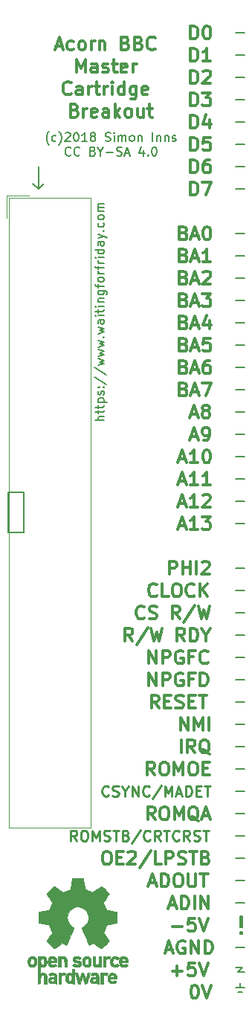
<source format=gbr>
G04 #@! TF.FileFunction,Legend,Top*
%FSLAX46Y46*%
G04 Gerber Fmt 4.6, Leading zero omitted, Abs format (unit mm)*
G04 Created by KiCad (PCBNEW 4.0.7) date 05/21/18 18:47:21*
%MOMM*%
%LPD*%
G01*
G04 APERTURE LIST*
%ADD10C,0.100000*%
%ADD11C,0.200000*%
%ADD12C,0.150000*%
%ADD13C,0.300000*%
%ADD14C,0.250000*%
%ADD15C,0.120000*%
%ADD16C,0.010000*%
G04 APERTURE END LIST*
D10*
D11*
X136906000Y-92964000D02*
X137160000Y-92964000D01*
X136906000Y-97536000D02*
X136906000Y-92964000D01*
X137160000Y-97536000D02*
X136906000Y-97536000D01*
X138684000Y-97536000D02*
X137160000Y-97536000D01*
X138684000Y-92964000D02*
X138684000Y-97536000D01*
X137160000Y-92964000D02*
X138684000Y-92964000D01*
D12*
X141518572Y-53348333D02*
X141470952Y-53300714D01*
X141375714Y-53157857D01*
X141328095Y-53062619D01*
X141280476Y-52919762D01*
X141232857Y-52681667D01*
X141232857Y-52491190D01*
X141280476Y-52253095D01*
X141328095Y-52110238D01*
X141375714Y-52015000D01*
X141470952Y-51872143D01*
X141518572Y-51824524D01*
X142328096Y-52919762D02*
X142232858Y-52967381D01*
X142042381Y-52967381D01*
X141947143Y-52919762D01*
X141899524Y-52872143D01*
X141851905Y-52776905D01*
X141851905Y-52491190D01*
X141899524Y-52395952D01*
X141947143Y-52348333D01*
X142042381Y-52300714D01*
X142232858Y-52300714D01*
X142328096Y-52348333D01*
X142661429Y-53348333D02*
X142709048Y-53300714D01*
X142804286Y-53157857D01*
X142851905Y-53062619D01*
X142899524Y-52919762D01*
X142947143Y-52681667D01*
X142947143Y-52491190D01*
X142899524Y-52253095D01*
X142851905Y-52110238D01*
X142804286Y-52015000D01*
X142709048Y-51872143D01*
X142661429Y-51824524D01*
X143375715Y-52062619D02*
X143423334Y-52015000D01*
X143518572Y-51967381D01*
X143756668Y-51967381D01*
X143851906Y-52015000D01*
X143899525Y-52062619D01*
X143947144Y-52157857D01*
X143947144Y-52253095D01*
X143899525Y-52395952D01*
X143328096Y-52967381D01*
X143947144Y-52967381D01*
X144566191Y-51967381D02*
X144661430Y-51967381D01*
X144756668Y-52015000D01*
X144804287Y-52062619D01*
X144851906Y-52157857D01*
X144899525Y-52348333D01*
X144899525Y-52586429D01*
X144851906Y-52776905D01*
X144804287Y-52872143D01*
X144756668Y-52919762D01*
X144661430Y-52967381D01*
X144566191Y-52967381D01*
X144470953Y-52919762D01*
X144423334Y-52872143D01*
X144375715Y-52776905D01*
X144328096Y-52586429D01*
X144328096Y-52348333D01*
X144375715Y-52157857D01*
X144423334Y-52062619D01*
X144470953Y-52015000D01*
X144566191Y-51967381D01*
X145851906Y-52967381D02*
X145280477Y-52967381D01*
X145566191Y-52967381D02*
X145566191Y-51967381D01*
X145470953Y-52110238D01*
X145375715Y-52205476D01*
X145280477Y-52253095D01*
X146423334Y-52395952D02*
X146328096Y-52348333D01*
X146280477Y-52300714D01*
X146232858Y-52205476D01*
X146232858Y-52157857D01*
X146280477Y-52062619D01*
X146328096Y-52015000D01*
X146423334Y-51967381D01*
X146613811Y-51967381D01*
X146709049Y-52015000D01*
X146756668Y-52062619D01*
X146804287Y-52157857D01*
X146804287Y-52205476D01*
X146756668Y-52300714D01*
X146709049Y-52348333D01*
X146613811Y-52395952D01*
X146423334Y-52395952D01*
X146328096Y-52443571D01*
X146280477Y-52491190D01*
X146232858Y-52586429D01*
X146232858Y-52776905D01*
X146280477Y-52872143D01*
X146328096Y-52919762D01*
X146423334Y-52967381D01*
X146613811Y-52967381D01*
X146709049Y-52919762D01*
X146756668Y-52872143D01*
X146804287Y-52776905D01*
X146804287Y-52586429D01*
X146756668Y-52491190D01*
X146709049Y-52443571D01*
X146613811Y-52395952D01*
X147947144Y-52919762D02*
X148090001Y-52967381D01*
X148328097Y-52967381D01*
X148423335Y-52919762D01*
X148470954Y-52872143D01*
X148518573Y-52776905D01*
X148518573Y-52681667D01*
X148470954Y-52586429D01*
X148423335Y-52538810D01*
X148328097Y-52491190D01*
X148137620Y-52443571D01*
X148042382Y-52395952D01*
X147994763Y-52348333D01*
X147947144Y-52253095D01*
X147947144Y-52157857D01*
X147994763Y-52062619D01*
X148042382Y-52015000D01*
X148137620Y-51967381D01*
X148375716Y-51967381D01*
X148518573Y-52015000D01*
X148947144Y-52967381D02*
X148947144Y-52300714D01*
X148947144Y-51967381D02*
X148899525Y-52015000D01*
X148947144Y-52062619D01*
X148994763Y-52015000D01*
X148947144Y-51967381D01*
X148947144Y-52062619D01*
X149423334Y-52967381D02*
X149423334Y-52300714D01*
X149423334Y-52395952D02*
X149470953Y-52348333D01*
X149566191Y-52300714D01*
X149709049Y-52300714D01*
X149804287Y-52348333D01*
X149851906Y-52443571D01*
X149851906Y-52967381D01*
X149851906Y-52443571D02*
X149899525Y-52348333D01*
X149994763Y-52300714D01*
X150137620Y-52300714D01*
X150232858Y-52348333D01*
X150280477Y-52443571D01*
X150280477Y-52967381D01*
X150899524Y-52967381D02*
X150804286Y-52919762D01*
X150756667Y-52872143D01*
X150709048Y-52776905D01*
X150709048Y-52491190D01*
X150756667Y-52395952D01*
X150804286Y-52348333D01*
X150899524Y-52300714D01*
X151042382Y-52300714D01*
X151137620Y-52348333D01*
X151185239Y-52395952D01*
X151232858Y-52491190D01*
X151232858Y-52776905D01*
X151185239Y-52872143D01*
X151137620Y-52919762D01*
X151042382Y-52967381D01*
X150899524Y-52967381D01*
X151661429Y-52300714D02*
X151661429Y-52967381D01*
X151661429Y-52395952D02*
X151709048Y-52348333D01*
X151804286Y-52300714D01*
X151947144Y-52300714D01*
X152042382Y-52348333D01*
X152090001Y-52443571D01*
X152090001Y-52967381D01*
X153328096Y-52967381D02*
X153328096Y-51967381D01*
X153804286Y-52300714D02*
X153804286Y-52967381D01*
X153804286Y-52395952D02*
X153851905Y-52348333D01*
X153947143Y-52300714D01*
X154090001Y-52300714D01*
X154185239Y-52348333D01*
X154232858Y-52443571D01*
X154232858Y-52967381D01*
X154709048Y-52300714D02*
X154709048Y-52967381D01*
X154709048Y-52395952D02*
X154756667Y-52348333D01*
X154851905Y-52300714D01*
X154994763Y-52300714D01*
X155090001Y-52348333D01*
X155137620Y-52443571D01*
X155137620Y-52967381D01*
X155566191Y-52919762D02*
X155661429Y-52967381D01*
X155851905Y-52967381D01*
X155947144Y-52919762D01*
X155994763Y-52824524D01*
X155994763Y-52776905D01*
X155947144Y-52681667D01*
X155851905Y-52634048D01*
X155709048Y-52634048D01*
X155613810Y-52586429D01*
X155566191Y-52491190D01*
X155566191Y-52443571D01*
X155613810Y-52348333D01*
X155709048Y-52300714D01*
X155851905Y-52300714D01*
X155947144Y-52348333D01*
X143994762Y-54522143D02*
X143947143Y-54569762D01*
X143804286Y-54617381D01*
X143709048Y-54617381D01*
X143566190Y-54569762D01*
X143470952Y-54474524D01*
X143423333Y-54379286D01*
X143375714Y-54188810D01*
X143375714Y-54045952D01*
X143423333Y-53855476D01*
X143470952Y-53760238D01*
X143566190Y-53665000D01*
X143709048Y-53617381D01*
X143804286Y-53617381D01*
X143947143Y-53665000D01*
X143994762Y-53712619D01*
X144994762Y-54522143D02*
X144947143Y-54569762D01*
X144804286Y-54617381D01*
X144709048Y-54617381D01*
X144566190Y-54569762D01*
X144470952Y-54474524D01*
X144423333Y-54379286D01*
X144375714Y-54188810D01*
X144375714Y-54045952D01*
X144423333Y-53855476D01*
X144470952Y-53760238D01*
X144566190Y-53665000D01*
X144709048Y-53617381D01*
X144804286Y-53617381D01*
X144947143Y-53665000D01*
X144994762Y-53712619D01*
X146518572Y-54093571D02*
X146661429Y-54141190D01*
X146709048Y-54188810D01*
X146756667Y-54284048D01*
X146756667Y-54426905D01*
X146709048Y-54522143D01*
X146661429Y-54569762D01*
X146566191Y-54617381D01*
X146185238Y-54617381D01*
X146185238Y-53617381D01*
X146518572Y-53617381D01*
X146613810Y-53665000D01*
X146661429Y-53712619D01*
X146709048Y-53807857D01*
X146709048Y-53903095D01*
X146661429Y-53998333D01*
X146613810Y-54045952D01*
X146518572Y-54093571D01*
X146185238Y-54093571D01*
X147375714Y-54141190D02*
X147375714Y-54617381D01*
X147042381Y-53617381D02*
X147375714Y-54141190D01*
X147709048Y-53617381D01*
X148042381Y-54236429D02*
X148804286Y-54236429D01*
X149232857Y-54569762D02*
X149375714Y-54617381D01*
X149613810Y-54617381D01*
X149709048Y-54569762D01*
X149756667Y-54522143D01*
X149804286Y-54426905D01*
X149804286Y-54331667D01*
X149756667Y-54236429D01*
X149709048Y-54188810D01*
X149613810Y-54141190D01*
X149423333Y-54093571D01*
X149328095Y-54045952D01*
X149280476Y-53998333D01*
X149232857Y-53903095D01*
X149232857Y-53807857D01*
X149280476Y-53712619D01*
X149328095Y-53665000D01*
X149423333Y-53617381D01*
X149661429Y-53617381D01*
X149804286Y-53665000D01*
X150185238Y-54331667D02*
X150661429Y-54331667D01*
X150090000Y-54617381D02*
X150423333Y-53617381D01*
X150756667Y-54617381D01*
X152280477Y-53950714D02*
X152280477Y-54617381D01*
X152042381Y-53569762D02*
X151804286Y-54284048D01*
X152423334Y-54284048D01*
X152804286Y-54522143D02*
X152851905Y-54569762D01*
X152804286Y-54617381D01*
X152756667Y-54569762D01*
X152804286Y-54522143D01*
X152804286Y-54617381D01*
X153470952Y-53617381D02*
X153566191Y-53617381D01*
X153661429Y-53665000D01*
X153709048Y-53712619D01*
X153756667Y-53807857D01*
X153804286Y-53998333D01*
X153804286Y-54236429D01*
X153756667Y-54426905D01*
X153709048Y-54522143D01*
X153661429Y-54569762D01*
X153566191Y-54617381D01*
X153470952Y-54617381D01*
X153375714Y-54569762D01*
X153328095Y-54522143D01*
X153280476Y-54426905D01*
X153232857Y-54236429D01*
X153232857Y-53998333D01*
X153280476Y-53807857D01*
X153328095Y-53712619D01*
X153375714Y-53665000D01*
X153470952Y-53617381D01*
X147772381Y-84723334D02*
X146772381Y-84723334D01*
X147772381Y-84294762D02*
X147248571Y-84294762D01*
X147153333Y-84342381D01*
X147105714Y-84437619D01*
X147105714Y-84580477D01*
X147153333Y-84675715D01*
X147200952Y-84723334D01*
X147105714Y-83961429D02*
X147105714Y-83580477D01*
X146772381Y-83818572D02*
X147629524Y-83818572D01*
X147724762Y-83770953D01*
X147772381Y-83675715D01*
X147772381Y-83580477D01*
X147105714Y-83390000D02*
X147105714Y-83009048D01*
X146772381Y-83247143D02*
X147629524Y-83247143D01*
X147724762Y-83199524D01*
X147772381Y-83104286D01*
X147772381Y-83009048D01*
X147105714Y-82675714D02*
X148105714Y-82675714D01*
X147153333Y-82675714D02*
X147105714Y-82580476D01*
X147105714Y-82389999D01*
X147153333Y-82294761D01*
X147200952Y-82247142D01*
X147296190Y-82199523D01*
X147581905Y-82199523D01*
X147677143Y-82247142D01*
X147724762Y-82294761D01*
X147772381Y-82389999D01*
X147772381Y-82580476D01*
X147724762Y-82675714D01*
X147724762Y-81818571D02*
X147772381Y-81723333D01*
X147772381Y-81532857D01*
X147724762Y-81437618D01*
X147629524Y-81389999D01*
X147581905Y-81389999D01*
X147486667Y-81437618D01*
X147439048Y-81532857D01*
X147439048Y-81675714D01*
X147391429Y-81770952D01*
X147296190Y-81818571D01*
X147248571Y-81818571D01*
X147153333Y-81770952D01*
X147105714Y-81675714D01*
X147105714Y-81532857D01*
X147153333Y-81437618D01*
X147677143Y-80961428D02*
X147724762Y-80913809D01*
X147772381Y-80961428D01*
X147724762Y-81009047D01*
X147677143Y-80961428D01*
X147772381Y-80961428D01*
X147153333Y-80961428D02*
X147200952Y-80913809D01*
X147248571Y-80961428D01*
X147200952Y-81009047D01*
X147153333Y-80961428D01*
X147248571Y-80961428D01*
X146724762Y-79770952D02*
X148010476Y-80628095D01*
X146724762Y-78723333D02*
X148010476Y-79580476D01*
X147105714Y-78485238D02*
X147772381Y-78294762D01*
X147296190Y-78104285D01*
X147772381Y-77913809D01*
X147105714Y-77723333D01*
X147105714Y-77437619D02*
X147772381Y-77247143D01*
X147296190Y-77056666D01*
X147772381Y-76866190D01*
X147105714Y-76675714D01*
X147105714Y-76390000D02*
X147772381Y-76199524D01*
X147296190Y-76009047D01*
X147772381Y-75818571D01*
X147105714Y-75628095D01*
X147677143Y-75247143D02*
X147724762Y-75199524D01*
X147772381Y-75247143D01*
X147724762Y-75294762D01*
X147677143Y-75247143D01*
X147772381Y-75247143D01*
X147105714Y-74866191D02*
X147772381Y-74675715D01*
X147296190Y-74485238D01*
X147772381Y-74294762D01*
X147105714Y-74104286D01*
X147772381Y-73294762D02*
X147248571Y-73294762D01*
X147153333Y-73342381D01*
X147105714Y-73437619D01*
X147105714Y-73628096D01*
X147153333Y-73723334D01*
X147724762Y-73294762D02*
X147772381Y-73390000D01*
X147772381Y-73628096D01*
X147724762Y-73723334D01*
X147629524Y-73770953D01*
X147534286Y-73770953D01*
X147439048Y-73723334D01*
X147391429Y-73628096D01*
X147391429Y-73390000D01*
X147343810Y-73294762D01*
X147772381Y-72818572D02*
X147105714Y-72818572D01*
X146772381Y-72818572D02*
X146820000Y-72866191D01*
X146867619Y-72818572D01*
X146820000Y-72770953D01*
X146772381Y-72818572D01*
X146867619Y-72818572D01*
X147105714Y-72485239D02*
X147105714Y-72104287D01*
X146772381Y-72342382D02*
X147629524Y-72342382D01*
X147724762Y-72294763D01*
X147772381Y-72199525D01*
X147772381Y-72104287D01*
X147772381Y-71770953D02*
X147105714Y-71770953D01*
X146772381Y-71770953D02*
X146820000Y-71818572D01*
X146867619Y-71770953D01*
X146820000Y-71723334D01*
X146772381Y-71770953D01*
X146867619Y-71770953D01*
X147105714Y-71294763D02*
X147772381Y-71294763D01*
X147200952Y-71294763D02*
X147153333Y-71247144D01*
X147105714Y-71151906D01*
X147105714Y-71009048D01*
X147153333Y-70913810D01*
X147248571Y-70866191D01*
X147772381Y-70866191D01*
X147105714Y-69961429D02*
X147915238Y-69961429D01*
X148010476Y-70009048D01*
X148058095Y-70056667D01*
X148105714Y-70151906D01*
X148105714Y-70294763D01*
X148058095Y-70390001D01*
X147724762Y-69961429D02*
X147772381Y-70056667D01*
X147772381Y-70247144D01*
X147724762Y-70342382D01*
X147677143Y-70390001D01*
X147581905Y-70437620D01*
X147296190Y-70437620D01*
X147200952Y-70390001D01*
X147153333Y-70342382D01*
X147105714Y-70247144D01*
X147105714Y-70056667D01*
X147153333Y-69961429D01*
X147105714Y-69628096D02*
X147105714Y-69247144D01*
X147772381Y-69485239D02*
X146915238Y-69485239D01*
X146820000Y-69437620D01*
X146772381Y-69342382D01*
X146772381Y-69247144D01*
X147772381Y-68770953D02*
X147724762Y-68866191D01*
X147677143Y-68913810D01*
X147581905Y-68961429D01*
X147296190Y-68961429D01*
X147200952Y-68913810D01*
X147153333Y-68866191D01*
X147105714Y-68770953D01*
X147105714Y-68628095D01*
X147153333Y-68532857D01*
X147200952Y-68485238D01*
X147296190Y-68437619D01*
X147581905Y-68437619D01*
X147677143Y-68485238D01*
X147724762Y-68532857D01*
X147772381Y-68628095D01*
X147772381Y-68770953D01*
X147772381Y-68009048D02*
X147105714Y-68009048D01*
X147296190Y-68009048D02*
X147200952Y-67961429D01*
X147153333Y-67913810D01*
X147105714Y-67818572D01*
X147105714Y-67723333D01*
X147105714Y-67532857D02*
X147105714Y-67151905D01*
X147772381Y-67390000D02*
X146915238Y-67390000D01*
X146820000Y-67342381D01*
X146772381Y-67247143D01*
X146772381Y-67151905D01*
X147772381Y-66818571D02*
X147105714Y-66818571D01*
X147296190Y-66818571D02*
X147200952Y-66770952D01*
X147153333Y-66723333D01*
X147105714Y-66628095D01*
X147105714Y-66532856D01*
X147772381Y-66199523D02*
X147105714Y-66199523D01*
X146772381Y-66199523D02*
X146820000Y-66247142D01*
X146867619Y-66199523D01*
X146820000Y-66151904D01*
X146772381Y-66199523D01*
X146867619Y-66199523D01*
X147772381Y-65294761D02*
X146772381Y-65294761D01*
X147724762Y-65294761D02*
X147772381Y-65389999D01*
X147772381Y-65580476D01*
X147724762Y-65675714D01*
X147677143Y-65723333D01*
X147581905Y-65770952D01*
X147296190Y-65770952D01*
X147200952Y-65723333D01*
X147153333Y-65675714D01*
X147105714Y-65580476D01*
X147105714Y-65389999D01*
X147153333Y-65294761D01*
X147772381Y-64389999D02*
X147248571Y-64389999D01*
X147153333Y-64437618D01*
X147105714Y-64532856D01*
X147105714Y-64723333D01*
X147153333Y-64818571D01*
X147724762Y-64389999D02*
X147772381Y-64485237D01*
X147772381Y-64723333D01*
X147724762Y-64818571D01*
X147629524Y-64866190D01*
X147534286Y-64866190D01*
X147439048Y-64818571D01*
X147391429Y-64723333D01*
X147391429Y-64485237D01*
X147343810Y-64389999D01*
X147105714Y-64009047D02*
X147772381Y-63770952D01*
X147105714Y-63532856D02*
X147772381Y-63770952D01*
X148010476Y-63866190D01*
X148058095Y-63913809D01*
X148105714Y-64009047D01*
X147677143Y-63151904D02*
X147724762Y-63104285D01*
X147772381Y-63151904D01*
X147724762Y-63199523D01*
X147677143Y-63151904D01*
X147772381Y-63151904D01*
X147724762Y-62247142D02*
X147772381Y-62342380D01*
X147772381Y-62532857D01*
X147724762Y-62628095D01*
X147677143Y-62675714D01*
X147581905Y-62723333D01*
X147296190Y-62723333D01*
X147200952Y-62675714D01*
X147153333Y-62628095D01*
X147105714Y-62532857D01*
X147105714Y-62342380D01*
X147153333Y-62247142D01*
X147772381Y-61675714D02*
X147724762Y-61770952D01*
X147677143Y-61818571D01*
X147581905Y-61866190D01*
X147296190Y-61866190D01*
X147200952Y-61818571D01*
X147153333Y-61770952D01*
X147105714Y-61675714D01*
X147105714Y-61532856D01*
X147153333Y-61437618D01*
X147200952Y-61389999D01*
X147296190Y-61342380D01*
X147581905Y-61342380D01*
X147677143Y-61389999D01*
X147724762Y-61437618D01*
X147772381Y-61532856D01*
X147772381Y-61675714D01*
X147772381Y-60913809D02*
X147105714Y-60913809D01*
X147200952Y-60913809D02*
X147153333Y-60866190D01*
X147105714Y-60770952D01*
X147105714Y-60628094D01*
X147153333Y-60532856D01*
X147248571Y-60485237D01*
X147772381Y-60485237D01*
X147248571Y-60485237D02*
X147153333Y-60437618D01*
X147105714Y-60342380D01*
X147105714Y-60199523D01*
X147153333Y-60104285D01*
X147248571Y-60056666D01*
X147772381Y-60056666D01*
D13*
X142312143Y-42145000D02*
X143026429Y-42145000D01*
X142169286Y-42573571D02*
X142669286Y-41073571D01*
X143169286Y-42573571D01*
X144312143Y-42502143D02*
X144169286Y-42573571D01*
X143883572Y-42573571D01*
X143740714Y-42502143D01*
X143669286Y-42430714D01*
X143597857Y-42287857D01*
X143597857Y-41859286D01*
X143669286Y-41716429D01*
X143740714Y-41645000D01*
X143883572Y-41573571D01*
X144169286Y-41573571D01*
X144312143Y-41645000D01*
X145169286Y-42573571D02*
X145026428Y-42502143D01*
X144955000Y-42430714D01*
X144883571Y-42287857D01*
X144883571Y-41859286D01*
X144955000Y-41716429D01*
X145026428Y-41645000D01*
X145169286Y-41573571D01*
X145383571Y-41573571D01*
X145526428Y-41645000D01*
X145597857Y-41716429D01*
X145669286Y-41859286D01*
X145669286Y-42287857D01*
X145597857Y-42430714D01*
X145526428Y-42502143D01*
X145383571Y-42573571D01*
X145169286Y-42573571D01*
X146312143Y-42573571D02*
X146312143Y-41573571D01*
X146312143Y-41859286D02*
X146383571Y-41716429D01*
X146455000Y-41645000D01*
X146597857Y-41573571D01*
X146740714Y-41573571D01*
X147240714Y-41573571D02*
X147240714Y-42573571D01*
X147240714Y-41716429D02*
X147312142Y-41645000D01*
X147455000Y-41573571D01*
X147669285Y-41573571D01*
X147812142Y-41645000D01*
X147883571Y-41787857D01*
X147883571Y-42573571D01*
X150240714Y-41787857D02*
X150455000Y-41859286D01*
X150526428Y-41930714D01*
X150597857Y-42073571D01*
X150597857Y-42287857D01*
X150526428Y-42430714D01*
X150455000Y-42502143D01*
X150312142Y-42573571D01*
X149740714Y-42573571D01*
X149740714Y-41073571D01*
X150240714Y-41073571D01*
X150383571Y-41145000D01*
X150455000Y-41216429D01*
X150526428Y-41359286D01*
X150526428Y-41502143D01*
X150455000Y-41645000D01*
X150383571Y-41716429D01*
X150240714Y-41787857D01*
X149740714Y-41787857D01*
X151740714Y-41787857D02*
X151955000Y-41859286D01*
X152026428Y-41930714D01*
X152097857Y-42073571D01*
X152097857Y-42287857D01*
X152026428Y-42430714D01*
X151955000Y-42502143D01*
X151812142Y-42573571D01*
X151240714Y-42573571D01*
X151240714Y-41073571D01*
X151740714Y-41073571D01*
X151883571Y-41145000D01*
X151955000Y-41216429D01*
X152026428Y-41359286D01*
X152026428Y-41502143D01*
X151955000Y-41645000D01*
X151883571Y-41716429D01*
X151740714Y-41787857D01*
X151240714Y-41787857D01*
X153597857Y-42430714D02*
X153526428Y-42502143D01*
X153312142Y-42573571D01*
X153169285Y-42573571D01*
X152955000Y-42502143D01*
X152812142Y-42359286D01*
X152740714Y-42216429D01*
X152669285Y-41930714D01*
X152669285Y-41716429D01*
X152740714Y-41430714D01*
X152812142Y-41287857D01*
X152955000Y-41145000D01*
X153169285Y-41073571D01*
X153312142Y-41073571D01*
X153526428Y-41145000D01*
X153597857Y-41216429D01*
X144633572Y-45123571D02*
X144633572Y-43623571D01*
X145133572Y-44695000D01*
X145633572Y-43623571D01*
X145633572Y-45123571D01*
X146990715Y-45123571D02*
X146990715Y-44337857D01*
X146919286Y-44195000D01*
X146776429Y-44123571D01*
X146490715Y-44123571D01*
X146347858Y-44195000D01*
X146990715Y-45052143D02*
X146847858Y-45123571D01*
X146490715Y-45123571D01*
X146347858Y-45052143D01*
X146276429Y-44909286D01*
X146276429Y-44766429D01*
X146347858Y-44623571D01*
X146490715Y-44552143D01*
X146847858Y-44552143D01*
X146990715Y-44480714D01*
X147633572Y-45052143D02*
X147776429Y-45123571D01*
X148062144Y-45123571D01*
X148205001Y-45052143D01*
X148276429Y-44909286D01*
X148276429Y-44837857D01*
X148205001Y-44695000D01*
X148062144Y-44623571D01*
X147847858Y-44623571D01*
X147705001Y-44552143D01*
X147633572Y-44409286D01*
X147633572Y-44337857D01*
X147705001Y-44195000D01*
X147847858Y-44123571D01*
X148062144Y-44123571D01*
X148205001Y-44195000D01*
X148705001Y-44123571D02*
X149276430Y-44123571D01*
X148919287Y-43623571D02*
X148919287Y-44909286D01*
X148990715Y-45052143D01*
X149133573Y-45123571D01*
X149276430Y-45123571D01*
X150347858Y-45052143D02*
X150205001Y-45123571D01*
X149919287Y-45123571D01*
X149776430Y-45052143D01*
X149705001Y-44909286D01*
X149705001Y-44337857D01*
X149776430Y-44195000D01*
X149919287Y-44123571D01*
X150205001Y-44123571D01*
X150347858Y-44195000D01*
X150419287Y-44337857D01*
X150419287Y-44480714D01*
X149705001Y-44623571D01*
X151062144Y-45123571D02*
X151062144Y-44123571D01*
X151062144Y-44409286D02*
X151133572Y-44266429D01*
X151205001Y-44195000D01*
X151347858Y-44123571D01*
X151490715Y-44123571D01*
X144026429Y-47530714D02*
X143955000Y-47602143D01*
X143740714Y-47673571D01*
X143597857Y-47673571D01*
X143383572Y-47602143D01*
X143240714Y-47459286D01*
X143169286Y-47316429D01*
X143097857Y-47030714D01*
X143097857Y-46816429D01*
X143169286Y-46530714D01*
X143240714Y-46387857D01*
X143383572Y-46245000D01*
X143597857Y-46173571D01*
X143740714Y-46173571D01*
X143955000Y-46245000D01*
X144026429Y-46316429D01*
X145312143Y-47673571D02*
X145312143Y-46887857D01*
X145240714Y-46745000D01*
X145097857Y-46673571D01*
X144812143Y-46673571D01*
X144669286Y-46745000D01*
X145312143Y-47602143D02*
X145169286Y-47673571D01*
X144812143Y-47673571D01*
X144669286Y-47602143D01*
X144597857Y-47459286D01*
X144597857Y-47316429D01*
X144669286Y-47173571D01*
X144812143Y-47102143D01*
X145169286Y-47102143D01*
X145312143Y-47030714D01*
X146026429Y-47673571D02*
X146026429Y-46673571D01*
X146026429Y-46959286D02*
X146097857Y-46816429D01*
X146169286Y-46745000D01*
X146312143Y-46673571D01*
X146455000Y-46673571D01*
X146740714Y-46673571D02*
X147312143Y-46673571D01*
X146955000Y-46173571D02*
X146955000Y-47459286D01*
X147026428Y-47602143D01*
X147169286Y-47673571D01*
X147312143Y-47673571D01*
X147812143Y-47673571D02*
X147812143Y-46673571D01*
X147812143Y-46959286D02*
X147883571Y-46816429D01*
X147955000Y-46745000D01*
X148097857Y-46673571D01*
X148240714Y-46673571D01*
X148740714Y-47673571D02*
X148740714Y-46673571D01*
X148740714Y-46173571D02*
X148669285Y-46245000D01*
X148740714Y-46316429D01*
X148812142Y-46245000D01*
X148740714Y-46173571D01*
X148740714Y-46316429D01*
X150097857Y-47673571D02*
X150097857Y-46173571D01*
X150097857Y-47602143D02*
X149955000Y-47673571D01*
X149669286Y-47673571D01*
X149526428Y-47602143D01*
X149455000Y-47530714D01*
X149383571Y-47387857D01*
X149383571Y-46959286D01*
X149455000Y-46816429D01*
X149526428Y-46745000D01*
X149669286Y-46673571D01*
X149955000Y-46673571D01*
X150097857Y-46745000D01*
X151455000Y-46673571D02*
X151455000Y-47887857D01*
X151383571Y-48030714D01*
X151312143Y-48102143D01*
X151169286Y-48173571D01*
X150955000Y-48173571D01*
X150812143Y-48102143D01*
X151455000Y-47602143D02*
X151312143Y-47673571D01*
X151026429Y-47673571D01*
X150883571Y-47602143D01*
X150812143Y-47530714D01*
X150740714Y-47387857D01*
X150740714Y-46959286D01*
X150812143Y-46816429D01*
X150883571Y-46745000D01*
X151026429Y-46673571D01*
X151312143Y-46673571D01*
X151455000Y-46745000D01*
X152740714Y-47602143D02*
X152597857Y-47673571D01*
X152312143Y-47673571D01*
X152169286Y-47602143D01*
X152097857Y-47459286D01*
X152097857Y-46887857D01*
X152169286Y-46745000D01*
X152312143Y-46673571D01*
X152597857Y-46673571D01*
X152740714Y-46745000D01*
X152812143Y-46887857D01*
X152812143Y-47030714D01*
X152097857Y-47173571D01*
X144455000Y-49437857D02*
X144669286Y-49509286D01*
X144740714Y-49580714D01*
X144812143Y-49723571D01*
X144812143Y-49937857D01*
X144740714Y-50080714D01*
X144669286Y-50152143D01*
X144526428Y-50223571D01*
X143955000Y-50223571D01*
X143955000Y-48723571D01*
X144455000Y-48723571D01*
X144597857Y-48795000D01*
X144669286Y-48866429D01*
X144740714Y-49009286D01*
X144740714Y-49152143D01*
X144669286Y-49295000D01*
X144597857Y-49366429D01*
X144455000Y-49437857D01*
X143955000Y-49437857D01*
X145455000Y-50223571D02*
X145455000Y-49223571D01*
X145455000Y-49509286D02*
X145526428Y-49366429D01*
X145597857Y-49295000D01*
X145740714Y-49223571D01*
X145883571Y-49223571D01*
X146954999Y-50152143D02*
X146812142Y-50223571D01*
X146526428Y-50223571D01*
X146383571Y-50152143D01*
X146312142Y-50009286D01*
X146312142Y-49437857D01*
X146383571Y-49295000D01*
X146526428Y-49223571D01*
X146812142Y-49223571D01*
X146954999Y-49295000D01*
X147026428Y-49437857D01*
X147026428Y-49580714D01*
X146312142Y-49723571D01*
X148312142Y-50223571D02*
X148312142Y-49437857D01*
X148240713Y-49295000D01*
X148097856Y-49223571D01*
X147812142Y-49223571D01*
X147669285Y-49295000D01*
X148312142Y-50152143D02*
X148169285Y-50223571D01*
X147812142Y-50223571D01*
X147669285Y-50152143D01*
X147597856Y-50009286D01*
X147597856Y-49866429D01*
X147669285Y-49723571D01*
X147812142Y-49652143D01*
X148169285Y-49652143D01*
X148312142Y-49580714D01*
X149026428Y-50223571D02*
X149026428Y-48723571D01*
X149169285Y-49652143D02*
X149597856Y-50223571D01*
X149597856Y-49223571D02*
X149026428Y-49795000D01*
X150455000Y-50223571D02*
X150312142Y-50152143D01*
X150240714Y-50080714D01*
X150169285Y-49937857D01*
X150169285Y-49509286D01*
X150240714Y-49366429D01*
X150312142Y-49295000D01*
X150455000Y-49223571D01*
X150669285Y-49223571D01*
X150812142Y-49295000D01*
X150883571Y-49366429D01*
X150955000Y-49509286D01*
X150955000Y-49937857D01*
X150883571Y-50080714D01*
X150812142Y-50152143D01*
X150669285Y-50223571D01*
X150455000Y-50223571D01*
X152240714Y-49223571D02*
X152240714Y-50223571D01*
X151597857Y-49223571D02*
X151597857Y-50009286D01*
X151669285Y-50152143D01*
X151812143Y-50223571D01*
X152026428Y-50223571D01*
X152169285Y-50152143D01*
X152240714Y-50080714D01*
X152740714Y-49223571D02*
X153312143Y-49223571D01*
X152955000Y-48723571D02*
X152955000Y-50009286D01*
X153026428Y-50152143D01*
X153169286Y-50223571D01*
X153312143Y-50223571D01*
D11*
X163322000Y-148844000D02*
X163322000Y-149352000D01*
X163068000Y-149860000D02*
X163576000Y-149860000D01*
X162814000Y-149352000D02*
X163830000Y-149352000D01*
X163068000Y-147574000D02*
X163830000Y-147574000D01*
X163576000Y-147066000D02*
X163068000Y-147574000D01*
X162814000Y-147066000D02*
X163576000Y-147066000D01*
X162814000Y-144780000D02*
X163830000Y-144780000D01*
X163322000Y-141478000D02*
X163576000Y-141224000D01*
X163576000Y-141478000D02*
X163322000Y-141478000D01*
X163322000Y-141732000D02*
X163576000Y-141478000D01*
X163576000Y-141732000D02*
X163322000Y-141732000D01*
X163322000Y-141986000D02*
X163576000Y-141732000D01*
X163576000Y-141986000D02*
X163322000Y-141986000D01*
X163322000Y-142240000D02*
X163576000Y-141986000D01*
X163576000Y-142240000D02*
X163322000Y-142240000D01*
X163322000Y-142494000D02*
X163576000Y-142240000D01*
X163576000Y-142494000D02*
X163322000Y-142494000D01*
X163576000Y-141224000D02*
X163576000Y-142494000D01*
X163322000Y-141224000D02*
X163576000Y-141224000D01*
X163322000Y-142494000D02*
X163322000Y-141224000D01*
X163322000Y-143002000D02*
X163576000Y-143256000D01*
X163322000Y-143256000D02*
X163322000Y-143002000D01*
X163576000Y-143256000D02*
X163322000Y-143256000D01*
X163576000Y-143002000D02*
X163576000Y-143256000D01*
X163322000Y-143002000D02*
X163576000Y-143002000D01*
X162814000Y-139700000D02*
X163830000Y-139700000D01*
X162814000Y-137160000D02*
X163830000Y-137160000D01*
X162814000Y-134620000D02*
X163830000Y-134620000D01*
X162814000Y-132080000D02*
X163830000Y-132080000D01*
X162814000Y-129540000D02*
X163830000Y-129540000D01*
X162814000Y-127000000D02*
X163830000Y-127000000D01*
X162814000Y-124460000D02*
X163830000Y-124460000D01*
X162814000Y-121920000D02*
X163830000Y-121920000D01*
X162814000Y-119380000D02*
X163830000Y-119380000D01*
X162814000Y-116840000D02*
X163830000Y-116840000D01*
X162814000Y-114300000D02*
X163830000Y-114300000D01*
X162814000Y-111760000D02*
X163830000Y-111760000D01*
X162814000Y-109220000D02*
X163830000Y-109220000D01*
X162814000Y-106680000D02*
X163830000Y-106680000D01*
X162814000Y-104140000D02*
X163830000Y-104140000D01*
X162814000Y-101600000D02*
X163830000Y-101600000D01*
X162814000Y-96520000D02*
X163830000Y-96520000D01*
X162814000Y-93980000D02*
X163830000Y-93980000D01*
X162814000Y-91440000D02*
X163830000Y-91440000D01*
X162814000Y-88900000D02*
X163830000Y-88900000D01*
X162814000Y-86360000D02*
X163830000Y-86360000D01*
X162814000Y-83820000D02*
X163830000Y-83820000D01*
X162814000Y-81280000D02*
X163830000Y-81280000D01*
X162814000Y-78740000D02*
X163830000Y-78740000D01*
X162814000Y-76200000D02*
X163830000Y-76200000D01*
X162814000Y-73660000D02*
X163830000Y-73660000D01*
X162814000Y-71120000D02*
X163830000Y-71120000D01*
X162814000Y-68580000D02*
X163830000Y-68580000D01*
X162814000Y-66040000D02*
X163830000Y-66040000D01*
X162814000Y-63500000D02*
X163830000Y-63500000D01*
X162814000Y-58420000D02*
X163830000Y-58420000D01*
X162814000Y-55880000D02*
X163830000Y-55880000D01*
X162814000Y-53340000D02*
X163830000Y-53340000D01*
X162814000Y-50800000D02*
X163830000Y-50800000D01*
X162814000Y-48260000D02*
X163830000Y-48260000D01*
X162814000Y-45720000D02*
X163830000Y-45720000D01*
X162814000Y-43180000D02*
X163830000Y-43180000D01*
X162814000Y-40640000D02*
X163830000Y-40640000D01*
X140335000Y-58420000D02*
X140970000Y-57785000D01*
X140335000Y-58420000D02*
X139700000Y-57785000D01*
X140335000Y-55880000D02*
X140335000Y-58420000D01*
D13*
X152360715Y-107215714D02*
X152289286Y-107287143D01*
X152075000Y-107358571D01*
X151932143Y-107358571D01*
X151717858Y-107287143D01*
X151575000Y-107144286D01*
X151503572Y-107001429D01*
X151432143Y-106715714D01*
X151432143Y-106501429D01*
X151503572Y-106215714D01*
X151575000Y-106072857D01*
X151717858Y-105930000D01*
X151932143Y-105858571D01*
X152075000Y-105858571D01*
X152289286Y-105930000D01*
X152360715Y-106001429D01*
X152932143Y-107287143D02*
X153146429Y-107358571D01*
X153503572Y-107358571D01*
X153646429Y-107287143D01*
X153717858Y-107215714D01*
X153789286Y-107072857D01*
X153789286Y-106930000D01*
X153717858Y-106787143D01*
X153646429Y-106715714D01*
X153503572Y-106644286D01*
X153217858Y-106572857D01*
X153075000Y-106501429D01*
X153003572Y-106430000D01*
X152932143Y-106287143D01*
X152932143Y-106144286D01*
X153003572Y-106001429D01*
X153075000Y-105930000D01*
X153217858Y-105858571D01*
X153575000Y-105858571D01*
X153789286Y-105930000D01*
X156432143Y-107358571D02*
X155932143Y-106644286D01*
X155575000Y-107358571D02*
X155575000Y-105858571D01*
X156146428Y-105858571D01*
X156289286Y-105930000D01*
X156360714Y-106001429D01*
X156432143Y-106144286D01*
X156432143Y-106358571D01*
X156360714Y-106501429D01*
X156289286Y-106572857D01*
X156146428Y-106644286D01*
X155575000Y-106644286D01*
X158146428Y-105787143D02*
X156860714Y-107715714D01*
X158503572Y-105858571D02*
X158860715Y-107358571D01*
X159146429Y-106287143D01*
X159432143Y-107358571D01*
X159789286Y-105858571D01*
X151047143Y-109898571D02*
X150547143Y-109184286D01*
X150190000Y-109898571D02*
X150190000Y-108398571D01*
X150761428Y-108398571D01*
X150904286Y-108470000D01*
X150975714Y-108541429D01*
X151047143Y-108684286D01*
X151047143Y-108898571D01*
X150975714Y-109041429D01*
X150904286Y-109112857D01*
X150761428Y-109184286D01*
X150190000Y-109184286D01*
X152761428Y-108327143D02*
X151475714Y-110255714D01*
X153118572Y-108398571D02*
X153475715Y-109898571D01*
X153761429Y-108827143D01*
X154047143Y-109898571D01*
X154404286Y-108398571D01*
X156975715Y-109898571D02*
X156475715Y-109184286D01*
X156118572Y-109898571D02*
X156118572Y-108398571D01*
X156690000Y-108398571D01*
X156832858Y-108470000D01*
X156904286Y-108541429D01*
X156975715Y-108684286D01*
X156975715Y-108898571D01*
X156904286Y-109041429D01*
X156832858Y-109112857D01*
X156690000Y-109184286D01*
X156118572Y-109184286D01*
X157618572Y-109898571D02*
X157618572Y-108398571D01*
X157975715Y-108398571D01*
X158190000Y-108470000D01*
X158332858Y-108612857D01*
X158404286Y-108755714D01*
X158475715Y-109041429D01*
X158475715Y-109255714D01*
X158404286Y-109541429D01*
X158332858Y-109684286D01*
X158190000Y-109827143D01*
X157975715Y-109898571D01*
X157618572Y-109898571D01*
X159404286Y-109184286D02*
X159404286Y-109898571D01*
X158904286Y-108398571D02*
X159404286Y-109184286D01*
X159904286Y-108398571D01*
X158035715Y-149038571D02*
X158178572Y-149038571D01*
X158321429Y-149110000D01*
X158392858Y-149181429D01*
X158464287Y-149324286D01*
X158535715Y-149610000D01*
X158535715Y-149967143D01*
X158464287Y-150252857D01*
X158392858Y-150395714D01*
X158321429Y-150467143D01*
X158178572Y-150538571D01*
X158035715Y-150538571D01*
X157892858Y-150467143D01*
X157821429Y-150395714D01*
X157750001Y-150252857D01*
X157678572Y-149967143D01*
X157678572Y-149610000D01*
X157750001Y-149324286D01*
X157821429Y-149181429D01*
X157892858Y-149110000D01*
X158035715Y-149038571D01*
X158964286Y-149038571D02*
X159464286Y-150538571D01*
X159964286Y-149038571D01*
X155551429Y-147427143D02*
X156694286Y-147427143D01*
X156122857Y-147998571D02*
X156122857Y-146855714D01*
X158122858Y-146498571D02*
X157408572Y-146498571D01*
X157337143Y-147212857D01*
X157408572Y-147141429D01*
X157551429Y-147070000D01*
X157908572Y-147070000D01*
X158051429Y-147141429D01*
X158122858Y-147212857D01*
X158194286Y-147355714D01*
X158194286Y-147712857D01*
X158122858Y-147855714D01*
X158051429Y-147927143D01*
X157908572Y-147998571D01*
X157551429Y-147998571D01*
X157408572Y-147927143D01*
X157337143Y-147855714D01*
X158622857Y-146498571D02*
X159122857Y-147998571D01*
X159622857Y-146498571D01*
X154837143Y-145030000D02*
X155551429Y-145030000D01*
X154694286Y-145458571D02*
X155194286Y-143958571D01*
X155694286Y-145458571D01*
X156980000Y-144030000D02*
X156837143Y-143958571D01*
X156622857Y-143958571D01*
X156408572Y-144030000D01*
X156265714Y-144172857D01*
X156194286Y-144315714D01*
X156122857Y-144601429D01*
X156122857Y-144815714D01*
X156194286Y-145101429D01*
X156265714Y-145244286D01*
X156408572Y-145387143D01*
X156622857Y-145458571D01*
X156765714Y-145458571D01*
X156980000Y-145387143D01*
X157051429Y-145315714D01*
X157051429Y-144815714D01*
X156765714Y-144815714D01*
X157694286Y-145458571D02*
X157694286Y-143958571D01*
X158551429Y-145458571D01*
X158551429Y-143958571D01*
X159265715Y-145458571D02*
X159265715Y-143958571D01*
X159622858Y-143958571D01*
X159837143Y-144030000D01*
X159980001Y-144172857D01*
X160051429Y-144315714D01*
X160122858Y-144601429D01*
X160122858Y-144815714D01*
X160051429Y-145101429D01*
X159980001Y-145244286D01*
X159837143Y-145387143D01*
X159622858Y-145458571D01*
X159265715Y-145458571D01*
X155551429Y-142347143D02*
X156694286Y-142347143D01*
X158122858Y-141418571D02*
X157408572Y-141418571D01*
X157337143Y-142132857D01*
X157408572Y-142061429D01*
X157551429Y-141990000D01*
X157908572Y-141990000D01*
X158051429Y-142061429D01*
X158122858Y-142132857D01*
X158194286Y-142275714D01*
X158194286Y-142632857D01*
X158122858Y-142775714D01*
X158051429Y-142847143D01*
X157908572Y-142918571D01*
X157551429Y-142918571D01*
X157408572Y-142847143D01*
X157337143Y-142775714D01*
X158622857Y-141418571D02*
X159122857Y-142918571D01*
X159622857Y-141418571D01*
X155230000Y-139950000D02*
X155944286Y-139950000D01*
X155087143Y-140378571D02*
X155587143Y-138878571D01*
X156087143Y-140378571D01*
X156587143Y-140378571D02*
X156587143Y-138878571D01*
X156944286Y-138878571D01*
X157158571Y-138950000D01*
X157301429Y-139092857D01*
X157372857Y-139235714D01*
X157444286Y-139521429D01*
X157444286Y-139735714D01*
X157372857Y-140021429D01*
X157301429Y-140164286D01*
X157158571Y-140307143D01*
X156944286Y-140378571D01*
X156587143Y-140378571D01*
X158087143Y-140378571D02*
X158087143Y-138878571D01*
X158801429Y-140378571D02*
X158801429Y-138878571D01*
X159658572Y-140378571D01*
X159658572Y-138878571D01*
X152960000Y-137410000D02*
X153674286Y-137410000D01*
X152817143Y-137838571D02*
X153317143Y-136338571D01*
X153817143Y-137838571D01*
X154317143Y-137838571D02*
X154317143Y-136338571D01*
X154674286Y-136338571D01*
X154888571Y-136410000D01*
X155031429Y-136552857D01*
X155102857Y-136695714D01*
X155174286Y-136981429D01*
X155174286Y-137195714D01*
X155102857Y-137481429D01*
X155031429Y-137624286D01*
X154888571Y-137767143D01*
X154674286Y-137838571D01*
X154317143Y-137838571D01*
X156102857Y-136338571D02*
X156388571Y-136338571D01*
X156531429Y-136410000D01*
X156674286Y-136552857D01*
X156745714Y-136838571D01*
X156745714Y-137338571D01*
X156674286Y-137624286D01*
X156531429Y-137767143D01*
X156388571Y-137838571D01*
X156102857Y-137838571D01*
X155960000Y-137767143D01*
X155817143Y-137624286D01*
X155745714Y-137338571D01*
X155745714Y-136838571D01*
X155817143Y-136552857D01*
X155960000Y-136410000D01*
X156102857Y-136338571D01*
X157388572Y-136338571D02*
X157388572Y-137552857D01*
X157460000Y-137695714D01*
X157531429Y-137767143D01*
X157674286Y-137838571D01*
X157960000Y-137838571D01*
X158102858Y-137767143D01*
X158174286Y-137695714D01*
X158245715Y-137552857D01*
X158245715Y-136338571D01*
X158745715Y-136338571D02*
X159602858Y-136338571D01*
X159174287Y-137838571D02*
X159174287Y-136338571D01*
X147955714Y-133798571D02*
X148241428Y-133798571D01*
X148384286Y-133870000D01*
X148527143Y-134012857D01*
X148598571Y-134298571D01*
X148598571Y-134798571D01*
X148527143Y-135084286D01*
X148384286Y-135227143D01*
X148241428Y-135298571D01*
X147955714Y-135298571D01*
X147812857Y-135227143D01*
X147670000Y-135084286D01*
X147598571Y-134798571D01*
X147598571Y-134298571D01*
X147670000Y-134012857D01*
X147812857Y-133870000D01*
X147955714Y-133798571D01*
X149241429Y-134512857D02*
X149741429Y-134512857D01*
X149955715Y-135298571D02*
X149241429Y-135298571D01*
X149241429Y-133798571D01*
X149955715Y-133798571D01*
X150527143Y-133941429D02*
X150598572Y-133870000D01*
X150741429Y-133798571D01*
X151098572Y-133798571D01*
X151241429Y-133870000D01*
X151312858Y-133941429D01*
X151384286Y-134084286D01*
X151384286Y-134227143D01*
X151312858Y-134441429D01*
X150455715Y-135298571D01*
X151384286Y-135298571D01*
X153098571Y-133727143D02*
X151812857Y-135655714D01*
X154312858Y-135298571D02*
X153598572Y-135298571D01*
X153598572Y-133798571D01*
X154812858Y-135298571D02*
X154812858Y-133798571D01*
X155384286Y-133798571D01*
X155527144Y-133870000D01*
X155598572Y-133941429D01*
X155670001Y-134084286D01*
X155670001Y-134298571D01*
X155598572Y-134441429D01*
X155527144Y-134512857D01*
X155384286Y-134584286D01*
X154812858Y-134584286D01*
X156241429Y-135227143D02*
X156455715Y-135298571D01*
X156812858Y-135298571D01*
X156955715Y-135227143D01*
X157027144Y-135155714D01*
X157098572Y-135012857D01*
X157098572Y-134870000D01*
X157027144Y-134727143D01*
X156955715Y-134655714D01*
X156812858Y-134584286D01*
X156527144Y-134512857D01*
X156384286Y-134441429D01*
X156312858Y-134370000D01*
X156241429Y-134227143D01*
X156241429Y-134084286D01*
X156312858Y-133941429D01*
X156384286Y-133870000D01*
X156527144Y-133798571D01*
X156884286Y-133798571D01*
X157098572Y-133870000D01*
X157527143Y-133798571D02*
X158384286Y-133798571D01*
X157955715Y-135298571D02*
X157955715Y-133798571D01*
X159384286Y-134512857D02*
X159598572Y-134584286D01*
X159670000Y-134655714D01*
X159741429Y-134798571D01*
X159741429Y-135012857D01*
X159670000Y-135155714D01*
X159598572Y-135227143D01*
X159455714Y-135298571D01*
X158884286Y-135298571D01*
X158884286Y-133798571D01*
X159384286Y-133798571D01*
X159527143Y-133870000D01*
X159598572Y-133941429D01*
X159670000Y-134084286D01*
X159670000Y-134227143D01*
X159598572Y-134370000D01*
X159527143Y-134441429D01*
X159384286Y-134512857D01*
X158884286Y-134512857D01*
D14*
X144679286Y-132622857D02*
X144279286Y-132051429D01*
X143993571Y-132622857D02*
X143993571Y-131422857D01*
X144450714Y-131422857D01*
X144565000Y-131480000D01*
X144622143Y-131537143D01*
X144679286Y-131651429D01*
X144679286Y-131822857D01*
X144622143Y-131937143D01*
X144565000Y-131994286D01*
X144450714Y-132051429D01*
X143993571Y-132051429D01*
X145422143Y-131422857D02*
X145650714Y-131422857D01*
X145765000Y-131480000D01*
X145879286Y-131594286D01*
X145936428Y-131822857D01*
X145936428Y-132222857D01*
X145879286Y-132451429D01*
X145765000Y-132565714D01*
X145650714Y-132622857D01*
X145422143Y-132622857D01*
X145307857Y-132565714D01*
X145193571Y-132451429D01*
X145136428Y-132222857D01*
X145136428Y-131822857D01*
X145193571Y-131594286D01*
X145307857Y-131480000D01*
X145422143Y-131422857D01*
X146450714Y-132622857D02*
X146450714Y-131422857D01*
X146850714Y-132280000D01*
X147250714Y-131422857D01*
X147250714Y-132622857D01*
X147765000Y-132565714D02*
X147936429Y-132622857D01*
X148222143Y-132622857D01*
X148336429Y-132565714D01*
X148393572Y-132508571D01*
X148450715Y-132394286D01*
X148450715Y-132280000D01*
X148393572Y-132165714D01*
X148336429Y-132108571D01*
X148222143Y-132051429D01*
X147993572Y-131994286D01*
X147879286Y-131937143D01*
X147822143Y-131880000D01*
X147765000Y-131765714D01*
X147765000Y-131651429D01*
X147822143Y-131537143D01*
X147879286Y-131480000D01*
X147993572Y-131422857D01*
X148279286Y-131422857D01*
X148450715Y-131480000D01*
X148793572Y-131422857D02*
X149479286Y-131422857D01*
X149136429Y-132622857D02*
X149136429Y-131422857D01*
X150279286Y-131994286D02*
X150450715Y-132051429D01*
X150507858Y-132108571D01*
X150565001Y-132222857D01*
X150565001Y-132394286D01*
X150507858Y-132508571D01*
X150450715Y-132565714D01*
X150336429Y-132622857D01*
X149879286Y-132622857D01*
X149879286Y-131422857D01*
X150279286Y-131422857D01*
X150393572Y-131480000D01*
X150450715Y-131537143D01*
X150507858Y-131651429D01*
X150507858Y-131765714D01*
X150450715Y-131880000D01*
X150393572Y-131937143D01*
X150279286Y-131994286D01*
X149879286Y-131994286D01*
X151936429Y-131365714D02*
X150907858Y-132908571D01*
X153022144Y-132508571D02*
X152965001Y-132565714D01*
X152793572Y-132622857D01*
X152679286Y-132622857D01*
X152507858Y-132565714D01*
X152393572Y-132451429D01*
X152336429Y-132337143D01*
X152279286Y-132108571D01*
X152279286Y-131937143D01*
X152336429Y-131708571D01*
X152393572Y-131594286D01*
X152507858Y-131480000D01*
X152679286Y-131422857D01*
X152793572Y-131422857D01*
X152965001Y-131480000D01*
X153022144Y-131537143D01*
X154222144Y-132622857D02*
X153822144Y-132051429D01*
X153536429Y-132622857D02*
X153536429Y-131422857D01*
X153993572Y-131422857D01*
X154107858Y-131480000D01*
X154165001Y-131537143D01*
X154222144Y-131651429D01*
X154222144Y-131822857D01*
X154165001Y-131937143D01*
X154107858Y-131994286D01*
X153993572Y-132051429D01*
X153536429Y-132051429D01*
X154565001Y-131422857D02*
X155250715Y-131422857D01*
X154907858Y-132622857D02*
X154907858Y-131422857D01*
X156336430Y-132508571D02*
X156279287Y-132565714D01*
X156107858Y-132622857D01*
X155993572Y-132622857D01*
X155822144Y-132565714D01*
X155707858Y-132451429D01*
X155650715Y-132337143D01*
X155593572Y-132108571D01*
X155593572Y-131937143D01*
X155650715Y-131708571D01*
X155707858Y-131594286D01*
X155822144Y-131480000D01*
X155993572Y-131422857D01*
X156107858Y-131422857D01*
X156279287Y-131480000D01*
X156336430Y-131537143D01*
X157536430Y-132622857D02*
X157136430Y-132051429D01*
X156850715Y-132622857D02*
X156850715Y-131422857D01*
X157307858Y-131422857D01*
X157422144Y-131480000D01*
X157479287Y-131537143D01*
X157536430Y-131651429D01*
X157536430Y-131822857D01*
X157479287Y-131937143D01*
X157422144Y-131994286D01*
X157307858Y-132051429D01*
X156850715Y-132051429D01*
X157993572Y-132565714D02*
X158165001Y-132622857D01*
X158450715Y-132622857D01*
X158565001Y-132565714D01*
X158622144Y-132508571D01*
X158679287Y-132394286D01*
X158679287Y-132280000D01*
X158622144Y-132165714D01*
X158565001Y-132108571D01*
X158450715Y-132051429D01*
X158222144Y-131994286D01*
X158107858Y-131937143D01*
X158050715Y-131880000D01*
X157993572Y-131765714D01*
X157993572Y-131651429D01*
X158050715Y-131537143D01*
X158107858Y-131480000D01*
X158222144Y-131422857D01*
X158507858Y-131422857D01*
X158679287Y-131480000D01*
X159022144Y-131422857D02*
X159707858Y-131422857D01*
X159365001Y-132622857D02*
X159365001Y-131422857D01*
D13*
X153602857Y-130218571D02*
X153102857Y-129504286D01*
X152745714Y-130218571D02*
X152745714Y-128718571D01*
X153317142Y-128718571D01*
X153460000Y-128790000D01*
X153531428Y-128861429D01*
X153602857Y-129004286D01*
X153602857Y-129218571D01*
X153531428Y-129361429D01*
X153460000Y-129432857D01*
X153317142Y-129504286D01*
X152745714Y-129504286D01*
X154531428Y-128718571D02*
X154817142Y-128718571D01*
X154960000Y-128790000D01*
X155102857Y-128932857D01*
X155174285Y-129218571D01*
X155174285Y-129718571D01*
X155102857Y-130004286D01*
X154960000Y-130147143D01*
X154817142Y-130218571D01*
X154531428Y-130218571D01*
X154388571Y-130147143D01*
X154245714Y-130004286D01*
X154174285Y-129718571D01*
X154174285Y-129218571D01*
X154245714Y-128932857D01*
X154388571Y-128790000D01*
X154531428Y-128718571D01*
X155817143Y-130218571D02*
X155817143Y-128718571D01*
X156317143Y-129790000D01*
X156817143Y-128718571D01*
X156817143Y-130218571D01*
X158531429Y-130361429D02*
X158388572Y-130290000D01*
X158245715Y-130147143D01*
X158031429Y-129932857D01*
X157888572Y-129861429D01*
X157745715Y-129861429D01*
X157817143Y-130218571D02*
X157674286Y-130147143D01*
X157531429Y-130004286D01*
X157460000Y-129718571D01*
X157460000Y-129218571D01*
X157531429Y-128932857D01*
X157674286Y-128790000D01*
X157817143Y-128718571D01*
X158102857Y-128718571D01*
X158245715Y-128790000D01*
X158388572Y-128932857D01*
X158460000Y-129218571D01*
X158460000Y-129718571D01*
X158388572Y-130004286D01*
X158245715Y-130147143D01*
X158102857Y-130218571D01*
X157817143Y-130218571D01*
X159031429Y-129790000D02*
X159745715Y-129790000D01*
X158888572Y-130218571D02*
X159388572Y-128718571D01*
X159888572Y-130218571D01*
D14*
X148298572Y-127428571D02*
X148241429Y-127485714D01*
X148070000Y-127542857D01*
X147955714Y-127542857D01*
X147784286Y-127485714D01*
X147670000Y-127371429D01*
X147612857Y-127257143D01*
X147555714Y-127028571D01*
X147555714Y-126857143D01*
X147612857Y-126628571D01*
X147670000Y-126514286D01*
X147784286Y-126400000D01*
X147955714Y-126342857D01*
X148070000Y-126342857D01*
X148241429Y-126400000D01*
X148298572Y-126457143D01*
X148755714Y-127485714D02*
X148927143Y-127542857D01*
X149212857Y-127542857D01*
X149327143Y-127485714D01*
X149384286Y-127428571D01*
X149441429Y-127314286D01*
X149441429Y-127200000D01*
X149384286Y-127085714D01*
X149327143Y-127028571D01*
X149212857Y-126971429D01*
X148984286Y-126914286D01*
X148870000Y-126857143D01*
X148812857Y-126800000D01*
X148755714Y-126685714D01*
X148755714Y-126571429D01*
X148812857Y-126457143D01*
X148870000Y-126400000D01*
X148984286Y-126342857D01*
X149270000Y-126342857D01*
X149441429Y-126400000D01*
X150184286Y-126971429D02*
X150184286Y-127542857D01*
X149784286Y-126342857D02*
X150184286Y-126971429D01*
X150584286Y-126342857D01*
X150984285Y-127542857D02*
X150984285Y-126342857D01*
X151670000Y-127542857D01*
X151670000Y-126342857D01*
X152927143Y-127428571D02*
X152870000Y-127485714D01*
X152698571Y-127542857D01*
X152584285Y-127542857D01*
X152412857Y-127485714D01*
X152298571Y-127371429D01*
X152241428Y-127257143D01*
X152184285Y-127028571D01*
X152184285Y-126857143D01*
X152241428Y-126628571D01*
X152298571Y-126514286D01*
X152412857Y-126400000D01*
X152584285Y-126342857D01*
X152698571Y-126342857D01*
X152870000Y-126400000D01*
X152927143Y-126457143D01*
X154298571Y-126285714D02*
X153270000Y-127828571D01*
X154698571Y-127542857D02*
X154698571Y-126342857D01*
X155098571Y-127200000D01*
X155498571Y-126342857D01*
X155498571Y-127542857D01*
X156012857Y-127200000D02*
X156584286Y-127200000D01*
X155898572Y-127542857D02*
X156298572Y-126342857D01*
X156698572Y-127542857D01*
X157098571Y-127542857D02*
X157098571Y-126342857D01*
X157384286Y-126342857D01*
X157555714Y-126400000D01*
X157670000Y-126514286D01*
X157727143Y-126628571D01*
X157784286Y-126857143D01*
X157784286Y-127028571D01*
X157727143Y-127257143D01*
X157670000Y-127371429D01*
X157555714Y-127485714D01*
X157384286Y-127542857D01*
X157098571Y-127542857D01*
X158298571Y-126914286D02*
X158698571Y-126914286D01*
X158870000Y-127542857D02*
X158298571Y-127542857D01*
X158298571Y-126342857D01*
X158870000Y-126342857D01*
X159212857Y-126342857D02*
X159898571Y-126342857D01*
X159555714Y-127542857D02*
X159555714Y-126342857D01*
D13*
X153567143Y-125138571D02*
X153067143Y-124424286D01*
X152710000Y-125138571D02*
X152710000Y-123638571D01*
X153281428Y-123638571D01*
X153424286Y-123710000D01*
X153495714Y-123781429D01*
X153567143Y-123924286D01*
X153567143Y-124138571D01*
X153495714Y-124281429D01*
X153424286Y-124352857D01*
X153281428Y-124424286D01*
X152710000Y-124424286D01*
X154495714Y-123638571D02*
X154781428Y-123638571D01*
X154924286Y-123710000D01*
X155067143Y-123852857D01*
X155138571Y-124138571D01*
X155138571Y-124638571D01*
X155067143Y-124924286D01*
X154924286Y-125067143D01*
X154781428Y-125138571D01*
X154495714Y-125138571D01*
X154352857Y-125067143D01*
X154210000Y-124924286D01*
X154138571Y-124638571D01*
X154138571Y-124138571D01*
X154210000Y-123852857D01*
X154352857Y-123710000D01*
X154495714Y-123638571D01*
X155781429Y-125138571D02*
X155781429Y-123638571D01*
X156281429Y-124710000D01*
X156781429Y-123638571D01*
X156781429Y-125138571D01*
X157781429Y-123638571D02*
X158067143Y-123638571D01*
X158210001Y-123710000D01*
X158352858Y-123852857D01*
X158424286Y-124138571D01*
X158424286Y-124638571D01*
X158352858Y-124924286D01*
X158210001Y-125067143D01*
X158067143Y-125138571D01*
X157781429Y-125138571D01*
X157638572Y-125067143D01*
X157495715Y-124924286D01*
X157424286Y-124638571D01*
X157424286Y-124138571D01*
X157495715Y-123852857D01*
X157638572Y-123710000D01*
X157781429Y-123638571D01*
X159067144Y-124352857D02*
X159567144Y-124352857D01*
X159781430Y-125138571D02*
X159067144Y-125138571D01*
X159067144Y-123638571D01*
X159781430Y-123638571D01*
X156579286Y-122598571D02*
X156579286Y-121098571D01*
X158150715Y-122598571D02*
X157650715Y-121884286D01*
X157293572Y-122598571D02*
X157293572Y-121098571D01*
X157865000Y-121098571D01*
X158007858Y-121170000D01*
X158079286Y-121241429D01*
X158150715Y-121384286D01*
X158150715Y-121598571D01*
X158079286Y-121741429D01*
X158007858Y-121812857D01*
X157865000Y-121884286D01*
X157293572Y-121884286D01*
X159793572Y-122741429D02*
X159650715Y-122670000D01*
X159507858Y-122527143D01*
X159293572Y-122312857D01*
X159150715Y-122241429D01*
X159007858Y-122241429D01*
X159079286Y-122598571D02*
X158936429Y-122527143D01*
X158793572Y-122384286D01*
X158722143Y-122098571D01*
X158722143Y-121598571D01*
X158793572Y-121312857D01*
X158936429Y-121170000D01*
X159079286Y-121098571D01*
X159365000Y-121098571D01*
X159507858Y-121170000D01*
X159650715Y-121312857D01*
X159722143Y-121598571D01*
X159722143Y-122098571D01*
X159650715Y-122384286D01*
X159507858Y-122527143D01*
X159365000Y-122598571D01*
X159079286Y-122598571D01*
X156472143Y-120058571D02*
X156472143Y-118558571D01*
X157329286Y-120058571D01*
X157329286Y-118558571D01*
X158043572Y-120058571D02*
X158043572Y-118558571D01*
X158543572Y-119630000D01*
X159043572Y-118558571D01*
X159043572Y-120058571D01*
X159757858Y-120058571D02*
X159757858Y-118558571D01*
X154031429Y-117518571D02*
X153531429Y-116804286D01*
X153174286Y-117518571D02*
X153174286Y-116018571D01*
X153745714Y-116018571D01*
X153888572Y-116090000D01*
X153960000Y-116161429D01*
X154031429Y-116304286D01*
X154031429Y-116518571D01*
X153960000Y-116661429D01*
X153888572Y-116732857D01*
X153745714Y-116804286D01*
X153174286Y-116804286D01*
X154674286Y-116732857D02*
X155174286Y-116732857D01*
X155388572Y-117518571D02*
X154674286Y-117518571D01*
X154674286Y-116018571D01*
X155388572Y-116018571D01*
X155960000Y-117447143D02*
X156174286Y-117518571D01*
X156531429Y-117518571D01*
X156674286Y-117447143D01*
X156745715Y-117375714D01*
X156817143Y-117232857D01*
X156817143Y-117090000D01*
X156745715Y-116947143D01*
X156674286Y-116875714D01*
X156531429Y-116804286D01*
X156245715Y-116732857D01*
X156102857Y-116661429D01*
X156031429Y-116590000D01*
X155960000Y-116447143D01*
X155960000Y-116304286D01*
X156031429Y-116161429D01*
X156102857Y-116090000D01*
X156245715Y-116018571D01*
X156602857Y-116018571D01*
X156817143Y-116090000D01*
X157460000Y-116732857D02*
X157960000Y-116732857D01*
X158174286Y-117518571D02*
X157460000Y-117518571D01*
X157460000Y-116018571D01*
X158174286Y-116018571D01*
X158602857Y-116018571D02*
X159460000Y-116018571D01*
X159031429Y-117518571D02*
X159031429Y-116018571D01*
X152888572Y-114978571D02*
X152888572Y-113478571D01*
X153745715Y-114978571D01*
X153745715Y-113478571D01*
X154460001Y-114978571D02*
X154460001Y-113478571D01*
X155031429Y-113478571D01*
X155174287Y-113550000D01*
X155245715Y-113621429D01*
X155317144Y-113764286D01*
X155317144Y-113978571D01*
X155245715Y-114121429D01*
X155174287Y-114192857D01*
X155031429Y-114264286D01*
X154460001Y-114264286D01*
X156745715Y-113550000D02*
X156602858Y-113478571D01*
X156388572Y-113478571D01*
X156174287Y-113550000D01*
X156031429Y-113692857D01*
X155960001Y-113835714D01*
X155888572Y-114121429D01*
X155888572Y-114335714D01*
X155960001Y-114621429D01*
X156031429Y-114764286D01*
X156174287Y-114907143D01*
X156388572Y-114978571D01*
X156531429Y-114978571D01*
X156745715Y-114907143D01*
X156817144Y-114835714D01*
X156817144Y-114335714D01*
X156531429Y-114335714D01*
X157960001Y-114192857D02*
X157460001Y-114192857D01*
X157460001Y-114978571D02*
X157460001Y-113478571D01*
X158174287Y-113478571D01*
X158745715Y-114978571D02*
X158745715Y-113478571D01*
X159102858Y-113478571D01*
X159317143Y-113550000D01*
X159460001Y-113692857D01*
X159531429Y-113835714D01*
X159602858Y-114121429D01*
X159602858Y-114335714D01*
X159531429Y-114621429D01*
X159460001Y-114764286D01*
X159317143Y-114907143D01*
X159102858Y-114978571D01*
X158745715Y-114978571D01*
X152888572Y-112438571D02*
X152888572Y-110938571D01*
X153745715Y-112438571D01*
X153745715Y-110938571D01*
X154460001Y-112438571D02*
X154460001Y-110938571D01*
X155031429Y-110938571D01*
X155174287Y-111010000D01*
X155245715Y-111081429D01*
X155317144Y-111224286D01*
X155317144Y-111438571D01*
X155245715Y-111581429D01*
X155174287Y-111652857D01*
X155031429Y-111724286D01*
X154460001Y-111724286D01*
X156745715Y-111010000D02*
X156602858Y-110938571D01*
X156388572Y-110938571D01*
X156174287Y-111010000D01*
X156031429Y-111152857D01*
X155960001Y-111295714D01*
X155888572Y-111581429D01*
X155888572Y-111795714D01*
X155960001Y-112081429D01*
X156031429Y-112224286D01*
X156174287Y-112367143D01*
X156388572Y-112438571D01*
X156531429Y-112438571D01*
X156745715Y-112367143D01*
X156817144Y-112295714D01*
X156817144Y-111795714D01*
X156531429Y-111795714D01*
X157960001Y-111652857D02*
X157460001Y-111652857D01*
X157460001Y-112438571D02*
X157460001Y-110938571D01*
X158174287Y-110938571D01*
X159602858Y-112295714D02*
X159531429Y-112367143D01*
X159317143Y-112438571D01*
X159174286Y-112438571D01*
X158960001Y-112367143D01*
X158817143Y-112224286D01*
X158745715Y-112081429D01*
X158674286Y-111795714D01*
X158674286Y-111581429D01*
X158745715Y-111295714D01*
X158817143Y-111152857D01*
X158960001Y-111010000D01*
X159174286Y-110938571D01*
X159317143Y-110938571D01*
X159531429Y-111010000D01*
X159602858Y-111081429D01*
X153781429Y-104675714D02*
X153710000Y-104747143D01*
X153495714Y-104818571D01*
X153352857Y-104818571D01*
X153138572Y-104747143D01*
X152995714Y-104604286D01*
X152924286Y-104461429D01*
X152852857Y-104175714D01*
X152852857Y-103961429D01*
X152924286Y-103675714D01*
X152995714Y-103532857D01*
X153138572Y-103390000D01*
X153352857Y-103318571D01*
X153495714Y-103318571D01*
X153710000Y-103390000D01*
X153781429Y-103461429D01*
X155138572Y-104818571D02*
X154424286Y-104818571D01*
X154424286Y-103318571D01*
X155924286Y-103318571D02*
X156210000Y-103318571D01*
X156352858Y-103390000D01*
X156495715Y-103532857D01*
X156567143Y-103818571D01*
X156567143Y-104318571D01*
X156495715Y-104604286D01*
X156352858Y-104747143D01*
X156210000Y-104818571D01*
X155924286Y-104818571D01*
X155781429Y-104747143D01*
X155638572Y-104604286D01*
X155567143Y-104318571D01*
X155567143Y-103818571D01*
X155638572Y-103532857D01*
X155781429Y-103390000D01*
X155924286Y-103318571D01*
X158067144Y-104675714D02*
X157995715Y-104747143D01*
X157781429Y-104818571D01*
X157638572Y-104818571D01*
X157424287Y-104747143D01*
X157281429Y-104604286D01*
X157210001Y-104461429D01*
X157138572Y-104175714D01*
X157138572Y-103961429D01*
X157210001Y-103675714D01*
X157281429Y-103532857D01*
X157424287Y-103390000D01*
X157638572Y-103318571D01*
X157781429Y-103318571D01*
X157995715Y-103390000D01*
X158067144Y-103461429D01*
X158710001Y-104818571D02*
X158710001Y-103318571D01*
X159567144Y-104818571D02*
X158924287Y-103961429D01*
X159567144Y-103318571D02*
X158710001Y-104175714D01*
X155230000Y-102278571D02*
X155230000Y-100778571D01*
X155801428Y-100778571D01*
X155944286Y-100850000D01*
X156015714Y-100921429D01*
X156087143Y-101064286D01*
X156087143Y-101278571D01*
X156015714Y-101421429D01*
X155944286Y-101492857D01*
X155801428Y-101564286D01*
X155230000Y-101564286D01*
X156730000Y-102278571D02*
X156730000Y-100778571D01*
X156730000Y-101492857D02*
X157587143Y-101492857D01*
X157587143Y-102278571D02*
X157587143Y-100778571D01*
X158301429Y-102278571D02*
X158301429Y-100778571D01*
X158944286Y-100921429D02*
X159015715Y-100850000D01*
X159158572Y-100778571D01*
X159515715Y-100778571D01*
X159658572Y-100850000D01*
X159730001Y-100921429D01*
X159801429Y-101064286D01*
X159801429Y-101207143D01*
X159730001Y-101421429D01*
X158872858Y-102278571D01*
X159801429Y-102278571D01*
X156329286Y-96770000D02*
X157043572Y-96770000D01*
X156186429Y-97198571D02*
X156686429Y-95698571D01*
X157186429Y-97198571D01*
X158472143Y-97198571D02*
X157615000Y-97198571D01*
X158043572Y-97198571D02*
X158043572Y-95698571D01*
X157900715Y-95912857D01*
X157757857Y-96055714D01*
X157615000Y-96127143D01*
X158972143Y-95698571D02*
X159900714Y-95698571D01*
X159400714Y-96270000D01*
X159615000Y-96270000D01*
X159757857Y-96341429D01*
X159829286Y-96412857D01*
X159900714Y-96555714D01*
X159900714Y-96912857D01*
X159829286Y-97055714D01*
X159757857Y-97127143D01*
X159615000Y-97198571D01*
X159186428Y-97198571D01*
X159043571Y-97127143D01*
X158972143Y-97055714D01*
X156329286Y-94230000D02*
X157043572Y-94230000D01*
X156186429Y-94658571D02*
X156686429Y-93158571D01*
X157186429Y-94658571D01*
X158472143Y-94658571D02*
X157615000Y-94658571D01*
X158043572Y-94658571D02*
X158043572Y-93158571D01*
X157900715Y-93372857D01*
X157757857Y-93515714D01*
X157615000Y-93587143D01*
X159043571Y-93301429D02*
X159115000Y-93230000D01*
X159257857Y-93158571D01*
X159615000Y-93158571D01*
X159757857Y-93230000D01*
X159829286Y-93301429D01*
X159900714Y-93444286D01*
X159900714Y-93587143D01*
X159829286Y-93801429D01*
X158972143Y-94658571D01*
X159900714Y-94658571D01*
X156329286Y-91690000D02*
X157043572Y-91690000D01*
X156186429Y-92118571D02*
X156686429Y-90618571D01*
X157186429Y-92118571D01*
X158472143Y-92118571D02*
X157615000Y-92118571D01*
X158043572Y-92118571D02*
X158043572Y-90618571D01*
X157900715Y-90832857D01*
X157757857Y-90975714D01*
X157615000Y-91047143D01*
X159900714Y-92118571D02*
X159043571Y-92118571D01*
X159472143Y-92118571D02*
X159472143Y-90618571D01*
X159329286Y-90832857D01*
X159186428Y-90975714D01*
X159043571Y-91047143D01*
X156329286Y-89150000D02*
X157043572Y-89150000D01*
X156186429Y-89578571D02*
X156686429Y-88078571D01*
X157186429Y-89578571D01*
X158472143Y-89578571D02*
X157615000Y-89578571D01*
X158043572Y-89578571D02*
X158043572Y-88078571D01*
X157900715Y-88292857D01*
X157757857Y-88435714D01*
X157615000Y-88507143D01*
X159400714Y-88078571D02*
X159543571Y-88078571D01*
X159686428Y-88150000D01*
X159757857Y-88221429D01*
X159829286Y-88364286D01*
X159900714Y-88650000D01*
X159900714Y-89007143D01*
X159829286Y-89292857D01*
X159757857Y-89435714D01*
X159686428Y-89507143D01*
X159543571Y-89578571D01*
X159400714Y-89578571D01*
X159257857Y-89507143D01*
X159186428Y-89435714D01*
X159115000Y-89292857D01*
X159043571Y-89007143D01*
X159043571Y-88650000D01*
X159115000Y-88364286D01*
X159186428Y-88221429D01*
X159257857Y-88150000D01*
X159400714Y-88078571D01*
X157678572Y-86610000D02*
X158392858Y-86610000D01*
X157535715Y-87038571D02*
X158035715Y-85538571D01*
X158535715Y-87038571D01*
X159107143Y-87038571D02*
X159392858Y-87038571D01*
X159535715Y-86967143D01*
X159607143Y-86895714D01*
X159750001Y-86681429D01*
X159821429Y-86395714D01*
X159821429Y-85824286D01*
X159750001Y-85681429D01*
X159678572Y-85610000D01*
X159535715Y-85538571D01*
X159250001Y-85538571D01*
X159107143Y-85610000D01*
X159035715Y-85681429D01*
X158964286Y-85824286D01*
X158964286Y-86181429D01*
X159035715Y-86324286D01*
X159107143Y-86395714D01*
X159250001Y-86467143D01*
X159535715Y-86467143D01*
X159678572Y-86395714D01*
X159750001Y-86324286D01*
X159821429Y-86181429D01*
X157678572Y-84070000D02*
X158392858Y-84070000D01*
X157535715Y-84498571D02*
X158035715Y-82998571D01*
X158535715Y-84498571D01*
X159250001Y-83641429D02*
X159107143Y-83570000D01*
X159035715Y-83498571D01*
X158964286Y-83355714D01*
X158964286Y-83284286D01*
X159035715Y-83141429D01*
X159107143Y-83070000D01*
X159250001Y-82998571D01*
X159535715Y-82998571D01*
X159678572Y-83070000D01*
X159750001Y-83141429D01*
X159821429Y-83284286D01*
X159821429Y-83355714D01*
X159750001Y-83498571D01*
X159678572Y-83570000D01*
X159535715Y-83641429D01*
X159250001Y-83641429D01*
X159107143Y-83712857D01*
X159035715Y-83784286D01*
X158964286Y-83927143D01*
X158964286Y-84212857D01*
X159035715Y-84355714D01*
X159107143Y-84427143D01*
X159250001Y-84498571D01*
X159535715Y-84498571D01*
X159678572Y-84427143D01*
X159750001Y-84355714D01*
X159821429Y-84212857D01*
X159821429Y-83927143D01*
X159750001Y-83784286D01*
X159678572Y-83712857D01*
X159535715Y-83641429D01*
X156865001Y-81172857D02*
X157079287Y-81244286D01*
X157150715Y-81315714D01*
X157222144Y-81458571D01*
X157222144Y-81672857D01*
X157150715Y-81815714D01*
X157079287Y-81887143D01*
X156936429Y-81958571D01*
X156365001Y-81958571D01*
X156365001Y-80458571D01*
X156865001Y-80458571D01*
X157007858Y-80530000D01*
X157079287Y-80601429D01*
X157150715Y-80744286D01*
X157150715Y-80887143D01*
X157079287Y-81030000D01*
X157007858Y-81101429D01*
X156865001Y-81172857D01*
X156365001Y-81172857D01*
X157793572Y-81530000D02*
X158507858Y-81530000D01*
X157650715Y-81958571D02*
X158150715Y-80458571D01*
X158650715Y-81958571D01*
X159007858Y-80458571D02*
X160007858Y-80458571D01*
X159365001Y-81958571D01*
X156865001Y-78632857D02*
X157079287Y-78704286D01*
X157150715Y-78775714D01*
X157222144Y-78918571D01*
X157222144Y-79132857D01*
X157150715Y-79275714D01*
X157079287Y-79347143D01*
X156936429Y-79418571D01*
X156365001Y-79418571D01*
X156365001Y-77918571D01*
X156865001Y-77918571D01*
X157007858Y-77990000D01*
X157079287Y-78061429D01*
X157150715Y-78204286D01*
X157150715Y-78347143D01*
X157079287Y-78490000D01*
X157007858Y-78561429D01*
X156865001Y-78632857D01*
X156365001Y-78632857D01*
X157793572Y-78990000D02*
X158507858Y-78990000D01*
X157650715Y-79418571D02*
X158150715Y-77918571D01*
X158650715Y-79418571D01*
X159793572Y-77918571D02*
X159507858Y-77918571D01*
X159365001Y-77990000D01*
X159293572Y-78061429D01*
X159150715Y-78275714D01*
X159079286Y-78561429D01*
X159079286Y-79132857D01*
X159150715Y-79275714D01*
X159222143Y-79347143D01*
X159365001Y-79418571D01*
X159650715Y-79418571D01*
X159793572Y-79347143D01*
X159865001Y-79275714D01*
X159936429Y-79132857D01*
X159936429Y-78775714D01*
X159865001Y-78632857D01*
X159793572Y-78561429D01*
X159650715Y-78490000D01*
X159365001Y-78490000D01*
X159222143Y-78561429D01*
X159150715Y-78632857D01*
X159079286Y-78775714D01*
X156865001Y-76092857D02*
X157079287Y-76164286D01*
X157150715Y-76235714D01*
X157222144Y-76378571D01*
X157222144Y-76592857D01*
X157150715Y-76735714D01*
X157079287Y-76807143D01*
X156936429Y-76878571D01*
X156365001Y-76878571D01*
X156365001Y-75378571D01*
X156865001Y-75378571D01*
X157007858Y-75450000D01*
X157079287Y-75521429D01*
X157150715Y-75664286D01*
X157150715Y-75807143D01*
X157079287Y-75950000D01*
X157007858Y-76021429D01*
X156865001Y-76092857D01*
X156365001Y-76092857D01*
X157793572Y-76450000D02*
X158507858Y-76450000D01*
X157650715Y-76878571D02*
X158150715Y-75378571D01*
X158650715Y-76878571D01*
X159865001Y-75378571D02*
X159150715Y-75378571D01*
X159079286Y-76092857D01*
X159150715Y-76021429D01*
X159293572Y-75950000D01*
X159650715Y-75950000D01*
X159793572Y-76021429D01*
X159865001Y-76092857D01*
X159936429Y-76235714D01*
X159936429Y-76592857D01*
X159865001Y-76735714D01*
X159793572Y-76807143D01*
X159650715Y-76878571D01*
X159293572Y-76878571D01*
X159150715Y-76807143D01*
X159079286Y-76735714D01*
X156865001Y-73552857D02*
X157079287Y-73624286D01*
X157150715Y-73695714D01*
X157222144Y-73838571D01*
X157222144Y-74052857D01*
X157150715Y-74195714D01*
X157079287Y-74267143D01*
X156936429Y-74338571D01*
X156365001Y-74338571D01*
X156365001Y-72838571D01*
X156865001Y-72838571D01*
X157007858Y-72910000D01*
X157079287Y-72981429D01*
X157150715Y-73124286D01*
X157150715Y-73267143D01*
X157079287Y-73410000D01*
X157007858Y-73481429D01*
X156865001Y-73552857D01*
X156365001Y-73552857D01*
X157793572Y-73910000D02*
X158507858Y-73910000D01*
X157650715Y-74338571D02*
X158150715Y-72838571D01*
X158650715Y-74338571D01*
X159793572Y-73338571D02*
X159793572Y-74338571D01*
X159436429Y-72767143D02*
X159079286Y-73838571D01*
X160007858Y-73838571D01*
X156865001Y-71012857D02*
X157079287Y-71084286D01*
X157150715Y-71155714D01*
X157222144Y-71298571D01*
X157222144Y-71512857D01*
X157150715Y-71655714D01*
X157079287Y-71727143D01*
X156936429Y-71798571D01*
X156365001Y-71798571D01*
X156365001Y-70298571D01*
X156865001Y-70298571D01*
X157007858Y-70370000D01*
X157079287Y-70441429D01*
X157150715Y-70584286D01*
X157150715Y-70727143D01*
X157079287Y-70870000D01*
X157007858Y-70941429D01*
X156865001Y-71012857D01*
X156365001Y-71012857D01*
X157793572Y-71370000D02*
X158507858Y-71370000D01*
X157650715Y-71798571D02*
X158150715Y-70298571D01*
X158650715Y-71798571D01*
X159007858Y-70298571D02*
X159936429Y-70298571D01*
X159436429Y-70870000D01*
X159650715Y-70870000D01*
X159793572Y-70941429D01*
X159865001Y-71012857D01*
X159936429Y-71155714D01*
X159936429Y-71512857D01*
X159865001Y-71655714D01*
X159793572Y-71727143D01*
X159650715Y-71798571D01*
X159222143Y-71798571D01*
X159079286Y-71727143D01*
X159007858Y-71655714D01*
X156865001Y-68472857D02*
X157079287Y-68544286D01*
X157150715Y-68615714D01*
X157222144Y-68758571D01*
X157222144Y-68972857D01*
X157150715Y-69115714D01*
X157079287Y-69187143D01*
X156936429Y-69258571D01*
X156365001Y-69258571D01*
X156365001Y-67758571D01*
X156865001Y-67758571D01*
X157007858Y-67830000D01*
X157079287Y-67901429D01*
X157150715Y-68044286D01*
X157150715Y-68187143D01*
X157079287Y-68330000D01*
X157007858Y-68401429D01*
X156865001Y-68472857D01*
X156365001Y-68472857D01*
X157793572Y-68830000D02*
X158507858Y-68830000D01*
X157650715Y-69258571D02*
X158150715Y-67758571D01*
X158650715Y-69258571D01*
X159079286Y-67901429D02*
X159150715Y-67830000D01*
X159293572Y-67758571D01*
X159650715Y-67758571D01*
X159793572Y-67830000D01*
X159865001Y-67901429D01*
X159936429Y-68044286D01*
X159936429Y-68187143D01*
X159865001Y-68401429D01*
X159007858Y-69258571D01*
X159936429Y-69258571D01*
X156865001Y-65932857D02*
X157079287Y-66004286D01*
X157150715Y-66075714D01*
X157222144Y-66218571D01*
X157222144Y-66432857D01*
X157150715Y-66575714D01*
X157079287Y-66647143D01*
X156936429Y-66718571D01*
X156365001Y-66718571D01*
X156365001Y-65218571D01*
X156865001Y-65218571D01*
X157007858Y-65290000D01*
X157079287Y-65361429D01*
X157150715Y-65504286D01*
X157150715Y-65647143D01*
X157079287Y-65790000D01*
X157007858Y-65861429D01*
X156865001Y-65932857D01*
X156365001Y-65932857D01*
X157793572Y-66290000D02*
X158507858Y-66290000D01*
X157650715Y-66718571D02*
X158150715Y-65218571D01*
X158650715Y-66718571D01*
X159936429Y-66718571D02*
X159079286Y-66718571D01*
X159507858Y-66718571D02*
X159507858Y-65218571D01*
X159365001Y-65432857D01*
X159222143Y-65575714D01*
X159079286Y-65647143D01*
X156865001Y-63392857D02*
X157079287Y-63464286D01*
X157150715Y-63535714D01*
X157222144Y-63678571D01*
X157222144Y-63892857D01*
X157150715Y-64035714D01*
X157079287Y-64107143D01*
X156936429Y-64178571D01*
X156365001Y-64178571D01*
X156365001Y-62678571D01*
X156865001Y-62678571D01*
X157007858Y-62750000D01*
X157079287Y-62821429D01*
X157150715Y-62964286D01*
X157150715Y-63107143D01*
X157079287Y-63250000D01*
X157007858Y-63321429D01*
X156865001Y-63392857D01*
X156365001Y-63392857D01*
X157793572Y-63750000D02*
X158507858Y-63750000D01*
X157650715Y-64178571D02*
X158150715Y-62678571D01*
X158650715Y-64178571D01*
X159436429Y-62678571D02*
X159579286Y-62678571D01*
X159722143Y-62750000D01*
X159793572Y-62821429D01*
X159865001Y-62964286D01*
X159936429Y-63250000D01*
X159936429Y-63607143D01*
X159865001Y-63892857D01*
X159793572Y-64035714D01*
X159722143Y-64107143D01*
X159579286Y-64178571D01*
X159436429Y-64178571D01*
X159293572Y-64107143D01*
X159222143Y-64035714D01*
X159150715Y-63892857D01*
X159079286Y-63607143D01*
X159079286Y-63250000D01*
X159150715Y-62964286D01*
X159222143Y-62821429D01*
X159293572Y-62750000D01*
X159436429Y-62678571D01*
X157642858Y-59098571D02*
X157642858Y-57598571D01*
X158000001Y-57598571D01*
X158214286Y-57670000D01*
X158357144Y-57812857D01*
X158428572Y-57955714D01*
X158500001Y-58241429D01*
X158500001Y-58455714D01*
X158428572Y-58741429D01*
X158357144Y-58884286D01*
X158214286Y-59027143D01*
X158000001Y-59098571D01*
X157642858Y-59098571D01*
X159000001Y-57598571D02*
X160000001Y-57598571D01*
X159357144Y-59098571D01*
X157642858Y-56558571D02*
X157642858Y-55058571D01*
X158000001Y-55058571D01*
X158214286Y-55130000D01*
X158357144Y-55272857D01*
X158428572Y-55415714D01*
X158500001Y-55701429D01*
X158500001Y-55915714D01*
X158428572Y-56201429D01*
X158357144Y-56344286D01*
X158214286Y-56487143D01*
X158000001Y-56558571D01*
X157642858Y-56558571D01*
X159785715Y-55058571D02*
X159500001Y-55058571D01*
X159357144Y-55130000D01*
X159285715Y-55201429D01*
X159142858Y-55415714D01*
X159071429Y-55701429D01*
X159071429Y-56272857D01*
X159142858Y-56415714D01*
X159214286Y-56487143D01*
X159357144Y-56558571D01*
X159642858Y-56558571D01*
X159785715Y-56487143D01*
X159857144Y-56415714D01*
X159928572Y-56272857D01*
X159928572Y-55915714D01*
X159857144Y-55772857D01*
X159785715Y-55701429D01*
X159642858Y-55630000D01*
X159357144Y-55630000D01*
X159214286Y-55701429D01*
X159142858Y-55772857D01*
X159071429Y-55915714D01*
X157642858Y-54018571D02*
X157642858Y-52518571D01*
X158000001Y-52518571D01*
X158214286Y-52590000D01*
X158357144Y-52732857D01*
X158428572Y-52875714D01*
X158500001Y-53161429D01*
X158500001Y-53375714D01*
X158428572Y-53661429D01*
X158357144Y-53804286D01*
X158214286Y-53947143D01*
X158000001Y-54018571D01*
X157642858Y-54018571D01*
X159857144Y-52518571D02*
X159142858Y-52518571D01*
X159071429Y-53232857D01*
X159142858Y-53161429D01*
X159285715Y-53090000D01*
X159642858Y-53090000D01*
X159785715Y-53161429D01*
X159857144Y-53232857D01*
X159928572Y-53375714D01*
X159928572Y-53732857D01*
X159857144Y-53875714D01*
X159785715Y-53947143D01*
X159642858Y-54018571D01*
X159285715Y-54018571D01*
X159142858Y-53947143D01*
X159071429Y-53875714D01*
X157642858Y-51478571D02*
X157642858Y-49978571D01*
X158000001Y-49978571D01*
X158214286Y-50050000D01*
X158357144Y-50192857D01*
X158428572Y-50335714D01*
X158500001Y-50621429D01*
X158500001Y-50835714D01*
X158428572Y-51121429D01*
X158357144Y-51264286D01*
X158214286Y-51407143D01*
X158000001Y-51478571D01*
X157642858Y-51478571D01*
X159785715Y-50478571D02*
X159785715Y-51478571D01*
X159428572Y-49907143D02*
X159071429Y-50978571D01*
X160000001Y-50978571D01*
X157642858Y-48938571D02*
X157642858Y-47438571D01*
X158000001Y-47438571D01*
X158214286Y-47510000D01*
X158357144Y-47652857D01*
X158428572Y-47795714D01*
X158500001Y-48081429D01*
X158500001Y-48295714D01*
X158428572Y-48581429D01*
X158357144Y-48724286D01*
X158214286Y-48867143D01*
X158000001Y-48938571D01*
X157642858Y-48938571D01*
X159000001Y-47438571D02*
X159928572Y-47438571D01*
X159428572Y-48010000D01*
X159642858Y-48010000D01*
X159785715Y-48081429D01*
X159857144Y-48152857D01*
X159928572Y-48295714D01*
X159928572Y-48652857D01*
X159857144Y-48795714D01*
X159785715Y-48867143D01*
X159642858Y-48938571D01*
X159214286Y-48938571D01*
X159071429Y-48867143D01*
X159000001Y-48795714D01*
X157642858Y-46398571D02*
X157642858Y-44898571D01*
X158000001Y-44898571D01*
X158214286Y-44970000D01*
X158357144Y-45112857D01*
X158428572Y-45255714D01*
X158500001Y-45541429D01*
X158500001Y-45755714D01*
X158428572Y-46041429D01*
X158357144Y-46184286D01*
X158214286Y-46327143D01*
X158000001Y-46398571D01*
X157642858Y-46398571D01*
X159071429Y-45041429D02*
X159142858Y-44970000D01*
X159285715Y-44898571D01*
X159642858Y-44898571D01*
X159785715Y-44970000D01*
X159857144Y-45041429D01*
X159928572Y-45184286D01*
X159928572Y-45327143D01*
X159857144Y-45541429D01*
X159000001Y-46398571D01*
X159928572Y-46398571D01*
X157642858Y-43858571D02*
X157642858Y-42358571D01*
X158000001Y-42358571D01*
X158214286Y-42430000D01*
X158357144Y-42572857D01*
X158428572Y-42715714D01*
X158500001Y-43001429D01*
X158500001Y-43215714D01*
X158428572Y-43501429D01*
X158357144Y-43644286D01*
X158214286Y-43787143D01*
X158000001Y-43858571D01*
X157642858Y-43858571D01*
X159928572Y-43858571D02*
X159071429Y-43858571D01*
X159500001Y-43858571D02*
X159500001Y-42358571D01*
X159357144Y-42572857D01*
X159214286Y-42715714D01*
X159071429Y-42787143D01*
X157642858Y-41318571D02*
X157642858Y-39818571D01*
X158000001Y-39818571D01*
X158214286Y-39890000D01*
X158357144Y-40032857D01*
X158428572Y-40175714D01*
X158500001Y-40461429D01*
X158500001Y-40675714D01*
X158428572Y-40961429D01*
X158357144Y-41104286D01*
X158214286Y-41247143D01*
X158000001Y-41318571D01*
X157642858Y-41318571D01*
X159428572Y-39818571D02*
X159571429Y-39818571D01*
X159714286Y-39890000D01*
X159785715Y-39961429D01*
X159857144Y-40104286D01*
X159928572Y-40390000D01*
X159928572Y-40747143D01*
X159857144Y-41032857D01*
X159785715Y-41175714D01*
X159714286Y-41247143D01*
X159571429Y-41318571D01*
X159428572Y-41318571D01*
X159285715Y-41247143D01*
X159214286Y-41175714D01*
X159142858Y-41032857D01*
X159071429Y-40747143D01*
X159071429Y-40390000D01*
X159142858Y-40104286D01*
X159214286Y-39961429D01*
X159285715Y-39890000D01*
X159428572Y-39818571D01*
D15*
X146280000Y-59420000D02*
X146280000Y-131080000D01*
X146280000Y-131080000D02*
X136930000Y-131080000D01*
X136930000Y-131080000D02*
X136930000Y-59420000D01*
X136930000Y-59420000D02*
X146280000Y-59420000D01*
X136680000Y-59170000D02*
X136680000Y-61710000D01*
X136680000Y-59170000D02*
X139220000Y-59170000D01*
D16*
G36*
X140999909Y-145784560D02*
X141052412Y-145810499D01*
X141117158Y-145855700D01*
X141164347Y-145904991D01*
X141196665Y-145966885D01*
X141216797Y-146049896D01*
X141227430Y-146162538D01*
X141231247Y-146313324D01*
X141231470Y-146378149D01*
X141230818Y-146520221D01*
X141228112Y-146621757D01*
X141222224Y-146692015D01*
X141212027Y-146740256D01*
X141196394Y-146775738D01*
X141180128Y-146799943D01*
X141076295Y-146902929D01*
X140954021Y-146964874D01*
X140822114Y-146983506D01*
X140689384Y-146956549D01*
X140647333Y-146937486D01*
X140546666Y-146885015D01*
X140546666Y-147707259D01*
X140620135Y-147669267D01*
X140716941Y-147639872D01*
X140835928Y-147632342D01*
X140954745Y-147646245D01*
X141044473Y-147677476D01*
X141118899Y-147736954D01*
X141182490Y-147822066D01*
X141187271Y-147830805D01*
X141207437Y-147871966D01*
X141222165Y-147913454D01*
X141232303Y-147963713D01*
X141238699Y-148031184D01*
X141242201Y-148124309D01*
X141243658Y-148251531D01*
X141243921Y-148394701D01*
X141243921Y-148851471D01*
X140970000Y-148851471D01*
X140970000Y-148009231D01*
X140893383Y-147944763D01*
X140813793Y-147893194D01*
X140738422Y-147883818D01*
X140662633Y-147907947D01*
X140622241Y-147931574D01*
X140592179Y-147965227D01*
X140570797Y-148016087D01*
X140556450Y-148091334D01*
X140547490Y-148198146D01*
X140542270Y-148343704D01*
X140540431Y-148440588D01*
X140534215Y-148839020D01*
X140403480Y-148846547D01*
X140272745Y-148854073D01*
X140272745Y-146381582D01*
X140546666Y-146381582D01*
X140553650Y-146519423D01*
X140577182Y-146615107D01*
X140621135Y-146674641D01*
X140689382Y-146704029D01*
X140758333Y-146709902D01*
X140836386Y-146703154D01*
X140888189Y-146676594D01*
X140920583Y-146641499D01*
X140946084Y-146603752D01*
X140961265Y-146561700D01*
X140968019Y-146502779D01*
X140968241Y-146414428D01*
X140965968Y-146340448D01*
X140960749Y-146229000D01*
X140952979Y-146155833D01*
X140939895Y-146109422D01*
X140918732Y-146078244D01*
X140898760Y-146060223D01*
X140815314Y-146020925D01*
X140716551Y-146014579D01*
X140659841Y-146028116D01*
X140603692Y-146076233D01*
X140566499Y-146169833D01*
X140548472Y-146308254D01*
X140546666Y-146381582D01*
X140272745Y-146381582D01*
X140272745Y-145763628D01*
X140409705Y-145763628D01*
X140491935Y-145766879D01*
X140534360Y-145778426D01*
X140546661Y-145800952D01*
X140546666Y-145801620D01*
X140552374Y-145823681D01*
X140577547Y-145821176D01*
X140627598Y-145796935D01*
X140744219Y-145759851D01*
X140875429Y-145755953D01*
X140999909Y-145784560D01*
X140999909Y-145784560D01*
G37*
X140999909Y-145784560D02*
X141052412Y-145810499D01*
X141117158Y-145855700D01*
X141164347Y-145904991D01*
X141196665Y-145966885D01*
X141216797Y-146049896D01*
X141227430Y-146162538D01*
X141231247Y-146313324D01*
X141231470Y-146378149D01*
X141230818Y-146520221D01*
X141228112Y-146621757D01*
X141222224Y-146692015D01*
X141212027Y-146740256D01*
X141196394Y-146775738D01*
X141180128Y-146799943D01*
X141076295Y-146902929D01*
X140954021Y-146964874D01*
X140822114Y-146983506D01*
X140689384Y-146956549D01*
X140647333Y-146937486D01*
X140546666Y-146885015D01*
X140546666Y-147707259D01*
X140620135Y-147669267D01*
X140716941Y-147639872D01*
X140835928Y-147632342D01*
X140954745Y-147646245D01*
X141044473Y-147677476D01*
X141118899Y-147736954D01*
X141182490Y-147822066D01*
X141187271Y-147830805D01*
X141207437Y-147871966D01*
X141222165Y-147913454D01*
X141232303Y-147963713D01*
X141238699Y-148031184D01*
X141242201Y-148124309D01*
X141243658Y-148251531D01*
X141243921Y-148394701D01*
X141243921Y-148851471D01*
X140970000Y-148851471D01*
X140970000Y-148009231D01*
X140893383Y-147944763D01*
X140813793Y-147893194D01*
X140738422Y-147883818D01*
X140662633Y-147907947D01*
X140622241Y-147931574D01*
X140592179Y-147965227D01*
X140570797Y-148016087D01*
X140556450Y-148091334D01*
X140547490Y-148198146D01*
X140542270Y-148343704D01*
X140540431Y-148440588D01*
X140534215Y-148839020D01*
X140403480Y-148846547D01*
X140272745Y-148854073D01*
X140272745Y-146381582D01*
X140546666Y-146381582D01*
X140553650Y-146519423D01*
X140577182Y-146615107D01*
X140621135Y-146674641D01*
X140689382Y-146704029D01*
X140758333Y-146709902D01*
X140836386Y-146703154D01*
X140888189Y-146676594D01*
X140920583Y-146641499D01*
X140946084Y-146603752D01*
X140961265Y-146561700D01*
X140968019Y-146502779D01*
X140968241Y-146414428D01*
X140965968Y-146340448D01*
X140960749Y-146229000D01*
X140952979Y-146155833D01*
X140939895Y-146109422D01*
X140918732Y-146078244D01*
X140898760Y-146060223D01*
X140815314Y-146020925D01*
X140716551Y-146014579D01*
X140659841Y-146028116D01*
X140603692Y-146076233D01*
X140566499Y-146169833D01*
X140548472Y-146308254D01*
X140546666Y-146381582D01*
X140272745Y-146381582D01*
X140272745Y-145763628D01*
X140409705Y-145763628D01*
X140491935Y-145766879D01*
X140534360Y-145778426D01*
X140546661Y-145800952D01*
X140546666Y-145801620D01*
X140552374Y-145823681D01*
X140577547Y-145821176D01*
X140627598Y-145796935D01*
X140744219Y-145759851D01*
X140875429Y-145755953D01*
X140999909Y-145784560D01*
G36*
X142038720Y-147640922D02*
X142155870Y-147672180D01*
X142245051Y-147728837D01*
X142307984Y-147803045D01*
X142327548Y-147834716D01*
X142341992Y-147867891D01*
X142352089Y-147910329D01*
X142358615Y-147969788D01*
X142362342Y-148054029D01*
X142364046Y-148170810D01*
X142364500Y-148327890D01*
X142364509Y-148369565D01*
X142364509Y-148851471D01*
X142244980Y-148851471D01*
X142168739Y-148846131D01*
X142112366Y-148832604D01*
X142098242Y-148824262D01*
X142059630Y-148809864D01*
X142020192Y-148824262D01*
X141955262Y-148842237D01*
X141860945Y-148849472D01*
X141756407Y-148846333D01*
X141660811Y-148833186D01*
X141605000Y-148816318D01*
X141496998Y-148746986D01*
X141429503Y-148650772D01*
X141399159Y-148522844D01*
X141398877Y-148519559D01*
X141401540Y-148462808D01*
X141642353Y-148462808D01*
X141663405Y-148527358D01*
X141697697Y-148563686D01*
X141766532Y-148591162D01*
X141857390Y-148602129D01*
X141950042Y-148596731D01*
X142024256Y-148575110D01*
X142045049Y-148561239D01*
X142081381Y-148497143D01*
X142090588Y-148424278D01*
X142090588Y-148328530D01*
X141952827Y-148328530D01*
X141821953Y-148338605D01*
X141722741Y-148367148D01*
X141661023Y-148411639D01*
X141642353Y-148462808D01*
X141401540Y-148462808D01*
X141405436Y-148379790D01*
X141451534Y-148269282D01*
X141538200Y-148185712D01*
X141550179Y-148178110D01*
X141601655Y-148153357D01*
X141665368Y-148138368D01*
X141754435Y-148131082D01*
X141860245Y-148129407D01*
X142090588Y-148129314D01*
X142090588Y-148032755D01*
X142080817Y-147957836D01*
X142055884Y-147907644D01*
X142052965Y-147904972D01*
X141997481Y-147883015D01*
X141913727Y-147874505D01*
X141821167Y-147878687D01*
X141739270Y-147894809D01*
X141690673Y-147918990D01*
X141664341Y-147938359D01*
X141636535Y-147942057D01*
X141598161Y-147926188D01*
X141540125Y-147886855D01*
X141453331Y-147820164D01*
X141445365Y-147813916D01*
X141449447Y-147790800D01*
X141483501Y-147752352D01*
X141535260Y-147709627D01*
X141592455Y-147673679D01*
X141610425Y-147665191D01*
X141675972Y-147648252D01*
X141772020Y-147636170D01*
X141879329Y-147631323D01*
X141884347Y-147631313D01*
X142038720Y-147640922D01*
X142038720Y-147640922D01*
G37*
X142038720Y-147640922D02*
X142155870Y-147672180D01*
X142245051Y-147728837D01*
X142307984Y-147803045D01*
X142327548Y-147834716D01*
X142341992Y-147867891D01*
X142352089Y-147910329D01*
X142358615Y-147969788D01*
X142362342Y-148054029D01*
X142364046Y-148170810D01*
X142364500Y-148327890D01*
X142364509Y-148369565D01*
X142364509Y-148851471D01*
X142244980Y-148851471D01*
X142168739Y-148846131D01*
X142112366Y-148832604D01*
X142098242Y-148824262D01*
X142059630Y-148809864D01*
X142020192Y-148824262D01*
X141955262Y-148842237D01*
X141860945Y-148849472D01*
X141756407Y-148846333D01*
X141660811Y-148833186D01*
X141605000Y-148816318D01*
X141496998Y-148746986D01*
X141429503Y-148650772D01*
X141399159Y-148522844D01*
X141398877Y-148519559D01*
X141401540Y-148462808D01*
X141642353Y-148462808D01*
X141663405Y-148527358D01*
X141697697Y-148563686D01*
X141766532Y-148591162D01*
X141857390Y-148602129D01*
X141950042Y-148596731D01*
X142024256Y-148575110D01*
X142045049Y-148561239D01*
X142081381Y-148497143D01*
X142090588Y-148424278D01*
X142090588Y-148328530D01*
X141952827Y-148328530D01*
X141821953Y-148338605D01*
X141722741Y-148367148D01*
X141661023Y-148411639D01*
X141642353Y-148462808D01*
X141401540Y-148462808D01*
X141405436Y-148379790D01*
X141451534Y-148269282D01*
X141538200Y-148185712D01*
X141550179Y-148178110D01*
X141601655Y-148153357D01*
X141665368Y-148138368D01*
X141754435Y-148131082D01*
X141860245Y-148129407D01*
X142090588Y-148129314D01*
X142090588Y-148032755D01*
X142080817Y-147957836D01*
X142055884Y-147907644D01*
X142052965Y-147904972D01*
X141997481Y-147883015D01*
X141913727Y-147874505D01*
X141821167Y-147878687D01*
X141739270Y-147894809D01*
X141690673Y-147918990D01*
X141664341Y-147938359D01*
X141636535Y-147942057D01*
X141598161Y-147926188D01*
X141540125Y-147886855D01*
X141453331Y-147820164D01*
X141445365Y-147813916D01*
X141449447Y-147790800D01*
X141483501Y-147752352D01*
X141535260Y-147709627D01*
X141592455Y-147673679D01*
X141610425Y-147665191D01*
X141675972Y-147648252D01*
X141772020Y-147636170D01*
X141879329Y-147631323D01*
X141884347Y-147631313D01*
X142038720Y-147640922D01*
G36*
X142812764Y-147633921D02*
X142850030Y-147645091D01*
X142862043Y-147669633D01*
X142862549Y-147680712D01*
X142864704Y-147711572D01*
X142879551Y-147716417D01*
X142919657Y-147695260D01*
X142943480Y-147680806D01*
X143018638Y-147649850D01*
X143108406Y-147634544D01*
X143202529Y-147633367D01*
X143290754Y-147644799D01*
X143362826Y-147667320D01*
X143408492Y-147699409D01*
X143417498Y-147739545D01*
X143412953Y-147750415D01*
X143379821Y-147795534D01*
X143328445Y-147851026D01*
X143319152Y-147859996D01*
X143270182Y-147901245D01*
X143227931Y-147914572D01*
X143168841Y-147905271D01*
X143145169Y-147899090D01*
X143071504Y-147884246D01*
X143019710Y-147890921D01*
X142975969Y-147914465D01*
X142935902Y-147946061D01*
X142906392Y-147985798D01*
X142885884Y-148041252D01*
X142872824Y-148120003D01*
X142865656Y-148229629D01*
X142862824Y-148377706D01*
X142862549Y-148467111D01*
X142862549Y-148851471D01*
X142613529Y-148851471D01*
X142613529Y-147631275D01*
X142738039Y-147631275D01*
X142812764Y-147633921D01*
X142812764Y-147633921D01*
G37*
X142812764Y-147633921D02*
X142850030Y-147645091D01*
X142862043Y-147669633D01*
X142862549Y-147680712D01*
X142864704Y-147711572D01*
X142879551Y-147716417D01*
X142919657Y-147695260D01*
X142943480Y-147680806D01*
X143018638Y-147649850D01*
X143108406Y-147634544D01*
X143202529Y-147633367D01*
X143290754Y-147644799D01*
X143362826Y-147667320D01*
X143408492Y-147699409D01*
X143417498Y-147739545D01*
X143412953Y-147750415D01*
X143379821Y-147795534D01*
X143328445Y-147851026D01*
X143319152Y-147859996D01*
X143270182Y-147901245D01*
X143227931Y-147914572D01*
X143168841Y-147905271D01*
X143145169Y-147899090D01*
X143071504Y-147884246D01*
X143019710Y-147890921D01*
X142975969Y-147914465D01*
X142935902Y-147946061D01*
X142906392Y-147985798D01*
X142885884Y-148041252D01*
X142872824Y-148120003D01*
X142865656Y-148229629D01*
X142862824Y-148377706D01*
X142862549Y-148467111D01*
X142862549Y-148851471D01*
X142613529Y-148851471D01*
X142613529Y-147631275D01*
X142738039Y-147631275D01*
X142812764Y-147633921D01*
G36*
X144381568Y-148851471D02*
X144244607Y-148851471D01*
X144165111Y-148849140D01*
X144123708Y-148839488D01*
X144108801Y-148818525D01*
X144107647Y-148804351D01*
X144105133Y-148775927D01*
X144089280Y-148770475D01*
X144047621Y-148787998D01*
X144015224Y-148804351D01*
X143890849Y-148843103D01*
X143755646Y-148845346D01*
X143645726Y-148816444D01*
X143543366Y-148746619D01*
X143465340Y-148643555D01*
X143422614Y-148521989D01*
X143421526Y-148515192D01*
X143415178Y-148441032D01*
X143412021Y-148334570D01*
X143412275Y-148254052D01*
X143684289Y-148254052D01*
X143690590Y-148361070D01*
X143704925Y-148449278D01*
X143724331Y-148499090D01*
X143797746Y-148567162D01*
X143884914Y-148591564D01*
X143974804Y-148571831D01*
X144051617Y-148512968D01*
X144080708Y-148473379D01*
X144097717Y-148426138D01*
X144105684Y-148357181D01*
X144107647Y-148253607D01*
X144104134Y-148151039D01*
X144094857Y-148060921D01*
X144081706Y-148000613D01*
X144079514Y-147995208D01*
X144026478Y-147930940D01*
X143949067Y-147895656D01*
X143862454Y-147889959D01*
X143781807Y-147914453D01*
X143722297Y-147969742D01*
X143716124Y-147980743D01*
X143696801Y-148047827D01*
X143686274Y-148144284D01*
X143684289Y-148254052D01*
X143412275Y-148254052D01*
X143412404Y-148213225D01*
X143414194Y-148147918D01*
X143426373Y-147986355D01*
X143451685Y-147865053D01*
X143493793Y-147775379D01*
X143556359Y-147708699D01*
X143617100Y-147669557D01*
X143701964Y-147642040D01*
X143807515Y-147632603D01*
X143915598Y-147640290D01*
X144008058Y-147664146D01*
X144056910Y-147692685D01*
X144107647Y-147738601D01*
X144107647Y-147158137D01*
X144381568Y-147158137D01*
X144381568Y-148851471D01*
X144381568Y-148851471D01*
G37*
X144381568Y-148851471D02*
X144244607Y-148851471D01*
X144165111Y-148849140D01*
X144123708Y-148839488D01*
X144108801Y-148818525D01*
X144107647Y-148804351D01*
X144105133Y-148775927D01*
X144089280Y-148770475D01*
X144047621Y-148787998D01*
X144015224Y-148804351D01*
X143890849Y-148843103D01*
X143755646Y-148845346D01*
X143645726Y-148816444D01*
X143543366Y-148746619D01*
X143465340Y-148643555D01*
X143422614Y-148521989D01*
X143421526Y-148515192D01*
X143415178Y-148441032D01*
X143412021Y-148334570D01*
X143412275Y-148254052D01*
X143684289Y-148254052D01*
X143690590Y-148361070D01*
X143704925Y-148449278D01*
X143724331Y-148499090D01*
X143797746Y-148567162D01*
X143884914Y-148591564D01*
X143974804Y-148571831D01*
X144051617Y-148512968D01*
X144080708Y-148473379D01*
X144097717Y-148426138D01*
X144105684Y-148357181D01*
X144107647Y-148253607D01*
X144104134Y-148151039D01*
X144094857Y-148060921D01*
X144081706Y-148000613D01*
X144079514Y-147995208D01*
X144026478Y-147930940D01*
X143949067Y-147895656D01*
X143862454Y-147889959D01*
X143781807Y-147914453D01*
X143722297Y-147969742D01*
X143716124Y-147980743D01*
X143696801Y-148047827D01*
X143686274Y-148144284D01*
X143684289Y-148254052D01*
X143412275Y-148254052D01*
X143412404Y-148213225D01*
X143414194Y-148147918D01*
X143426373Y-147986355D01*
X143451685Y-147865053D01*
X143493793Y-147775379D01*
X143556359Y-147708699D01*
X143617100Y-147669557D01*
X143701964Y-147642040D01*
X143807515Y-147632603D01*
X143915598Y-147640290D01*
X144008058Y-147664146D01*
X144056910Y-147692685D01*
X144107647Y-147738601D01*
X144107647Y-147158137D01*
X144381568Y-147158137D01*
X144381568Y-148851471D01*
G36*
X145337528Y-147636332D02*
X145436014Y-147643726D01*
X145564776Y-148029706D01*
X145693537Y-148415686D01*
X145733911Y-148278726D01*
X145758207Y-148194083D01*
X145790167Y-148079697D01*
X145824679Y-147953963D01*
X145842928Y-147886520D01*
X145911571Y-147631275D01*
X146194773Y-147631275D01*
X146110122Y-147898971D01*
X146068435Y-148030638D01*
X146018074Y-148189458D01*
X145965481Y-148355128D01*
X145918530Y-148502843D01*
X145811589Y-148839020D01*
X145580661Y-148854044D01*
X145518050Y-148647316D01*
X145479438Y-148518896D01*
X145437300Y-148377322D01*
X145400472Y-148252285D01*
X145399018Y-148247309D01*
X145371511Y-148162586D01*
X145347242Y-148104778D01*
X145330243Y-148082918D01*
X145326750Y-148085446D01*
X145314490Y-148119336D01*
X145291195Y-148191930D01*
X145259700Y-148294101D01*
X145222842Y-148416720D01*
X145202899Y-148484167D01*
X145094895Y-148851471D01*
X144865679Y-148851471D01*
X144682439Y-148272500D01*
X144630963Y-148110091D01*
X144584070Y-147962602D01*
X144543977Y-147836960D01*
X144512897Y-147740095D01*
X144493045Y-147678934D01*
X144487011Y-147661065D01*
X144491788Y-147642768D01*
X144529297Y-147634755D01*
X144607355Y-147635557D01*
X144619574Y-147636163D01*
X144764326Y-147643726D01*
X144859130Y-147992353D01*
X144893977Y-148119497D01*
X144925117Y-148231265D01*
X144949809Y-148317953D01*
X144965312Y-148369856D01*
X144968176Y-148378318D01*
X144980046Y-148368587D01*
X145003983Y-148318172D01*
X145037239Y-148233935D01*
X145077064Y-148122741D01*
X145110730Y-148022297D01*
X145239041Y-147628939D01*
X145337528Y-147636332D01*
X145337528Y-147636332D01*
G37*
X145337528Y-147636332D02*
X145436014Y-147643726D01*
X145564776Y-148029706D01*
X145693537Y-148415686D01*
X145733911Y-148278726D01*
X145758207Y-148194083D01*
X145790167Y-148079697D01*
X145824679Y-147953963D01*
X145842928Y-147886520D01*
X145911571Y-147631275D01*
X146194773Y-147631275D01*
X146110122Y-147898971D01*
X146068435Y-148030638D01*
X146018074Y-148189458D01*
X145965481Y-148355128D01*
X145918530Y-148502843D01*
X145811589Y-148839020D01*
X145580661Y-148854044D01*
X145518050Y-148647316D01*
X145479438Y-148518896D01*
X145437300Y-148377322D01*
X145400472Y-148252285D01*
X145399018Y-148247309D01*
X145371511Y-148162586D01*
X145347242Y-148104778D01*
X145330243Y-148082918D01*
X145326750Y-148085446D01*
X145314490Y-148119336D01*
X145291195Y-148191930D01*
X145259700Y-148294101D01*
X145222842Y-148416720D01*
X145202899Y-148484167D01*
X145094895Y-148851471D01*
X144865679Y-148851471D01*
X144682439Y-148272500D01*
X144630963Y-148110091D01*
X144584070Y-147962602D01*
X144543977Y-147836960D01*
X144512897Y-147740095D01*
X144493045Y-147678934D01*
X144487011Y-147661065D01*
X144491788Y-147642768D01*
X144529297Y-147634755D01*
X144607355Y-147635557D01*
X144619574Y-147636163D01*
X144764326Y-147643726D01*
X144859130Y-147992353D01*
X144893977Y-148119497D01*
X144925117Y-148231265D01*
X144949809Y-148317953D01*
X144965312Y-148369856D01*
X144968176Y-148378318D01*
X144980046Y-148368587D01*
X145003983Y-148318172D01*
X145037239Y-148233935D01*
X145077064Y-148122741D01*
X145110730Y-148022297D01*
X145239041Y-147628939D01*
X145337528Y-147636332D01*
G36*
X146836459Y-147638669D02*
X146941420Y-147664163D01*
X146971761Y-147677669D01*
X147030573Y-147713046D01*
X147075709Y-147752890D01*
X147109106Y-147804120D01*
X147132701Y-147873654D01*
X147148433Y-147968409D01*
X147158239Y-148095305D01*
X147164057Y-148261258D01*
X147166266Y-148372108D01*
X147174396Y-148851471D01*
X147035531Y-148851471D01*
X146951287Y-148847938D01*
X146907884Y-148835866D01*
X146896666Y-148815594D01*
X146890744Y-148793674D01*
X146864266Y-148797865D01*
X146828186Y-148815441D01*
X146737862Y-148842382D01*
X146621777Y-148849642D01*
X146499680Y-148837767D01*
X146391321Y-148807305D01*
X146381602Y-148803077D01*
X146282568Y-148733505D01*
X146217281Y-148636789D01*
X146187240Y-148523738D01*
X146189535Y-148483122D01*
X146434633Y-148483122D01*
X146456229Y-148537782D01*
X146520259Y-148576952D01*
X146623565Y-148597974D01*
X146678774Y-148600766D01*
X146770782Y-148593620D01*
X146831941Y-148565848D01*
X146846862Y-148552647D01*
X146887287Y-148480829D01*
X146896666Y-148415686D01*
X146896666Y-148328530D01*
X146775269Y-148328530D01*
X146634153Y-148335722D01*
X146535173Y-148358345D01*
X146472633Y-148397964D01*
X146458631Y-148415628D01*
X146434633Y-148483122D01*
X146189535Y-148483122D01*
X146193941Y-148405157D01*
X146238880Y-148291855D01*
X146300196Y-148215285D01*
X146337332Y-148182181D01*
X146373687Y-148160425D01*
X146420990Y-148147161D01*
X146490973Y-148139528D01*
X146595364Y-148134670D01*
X146636770Y-148133273D01*
X146896666Y-148124780D01*
X146896285Y-148046116D01*
X146886219Y-147963428D01*
X146849829Y-147913431D01*
X146776311Y-147881489D01*
X146774339Y-147880920D01*
X146670105Y-147868361D01*
X146568108Y-147884766D01*
X146492305Y-147924657D01*
X146461890Y-147944354D01*
X146429132Y-147941629D01*
X146378721Y-147913091D01*
X146349119Y-147892950D01*
X146291218Y-147849919D01*
X146255352Y-147817662D01*
X146249597Y-147808427D01*
X146273295Y-147760636D01*
X146343313Y-147703562D01*
X146373725Y-147684305D01*
X146461155Y-147651140D01*
X146578983Y-147632350D01*
X146709866Y-147628129D01*
X146836459Y-147638669D01*
X146836459Y-147638669D01*
G37*
X146836459Y-147638669D02*
X146941420Y-147664163D01*
X146971761Y-147677669D01*
X147030573Y-147713046D01*
X147075709Y-147752890D01*
X147109106Y-147804120D01*
X147132701Y-147873654D01*
X147148433Y-147968409D01*
X147158239Y-148095305D01*
X147164057Y-148261258D01*
X147166266Y-148372108D01*
X147174396Y-148851471D01*
X147035531Y-148851471D01*
X146951287Y-148847938D01*
X146907884Y-148835866D01*
X146896666Y-148815594D01*
X146890744Y-148793674D01*
X146864266Y-148797865D01*
X146828186Y-148815441D01*
X146737862Y-148842382D01*
X146621777Y-148849642D01*
X146499680Y-148837767D01*
X146391321Y-148807305D01*
X146381602Y-148803077D01*
X146282568Y-148733505D01*
X146217281Y-148636789D01*
X146187240Y-148523738D01*
X146189535Y-148483122D01*
X146434633Y-148483122D01*
X146456229Y-148537782D01*
X146520259Y-148576952D01*
X146623565Y-148597974D01*
X146678774Y-148600766D01*
X146770782Y-148593620D01*
X146831941Y-148565848D01*
X146846862Y-148552647D01*
X146887287Y-148480829D01*
X146896666Y-148415686D01*
X146896666Y-148328530D01*
X146775269Y-148328530D01*
X146634153Y-148335722D01*
X146535173Y-148358345D01*
X146472633Y-148397964D01*
X146458631Y-148415628D01*
X146434633Y-148483122D01*
X146189535Y-148483122D01*
X146193941Y-148405157D01*
X146238880Y-148291855D01*
X146300196Y-148215285D01*
X146337332Y-148182181D01*
X146373687Y-148160425D01*
X146420990Y-148147161D01*
X146490973Y-148139528D01*
X146595364Y-148134670D01*
X146636770Y-148133273D01*
X146896666Y-148124780D01*
X146896285Y-148046116D01*
X146886219Y-147963428D01*
X146849829Y-147913431D01*
X146776311Y-147881489D01*
X146774339Y-147880920D01*
X146670105Y-147868361D01*
X146568108Y-147884766D01*
X146492305Y-147924657D01*
X146461890Y-147944354D01*
X146429132Y-147941629D01*
X146378721Y-147913091D01*
X146349119Y-147892950D01*
X146291218Y-147849919D01*
X146255352Y-147817662D01*
X146249597Y-147808427D01*
X146273295Y-147760636D01*
X146343313Y-147703562D01*
X146373725Y-147684305D01*
X146461155Y-147651140D01*
X146578983Y-147632350D01*
X146709866Y-147628129D01*
X146836459Y-147638669D01*
G36*
X148018446Y-147630883D02*
X148114177Y-147649755D01*
X148168677Y-147677699D01*
X148226008Y-147724123D01*
X148144441Y-147827111D01*
X148094150Y-147889479D01*
X148060001Y-147919907D01*
X148026063Y-147924555D01*
X147976406Y-147909586D01*
X147953096Y-147901117D01*
X147858063Y-147888622D01*
X147771032Y-147915406D01*
X147707138Y-147975915D01*
X147696759Y-147995208D01*
X147685456Y-148046314D01*
X147676732Y-148140500D01*
X147670997Y-148271089D01*
X147668660Y-148431405D01*
X147668627Y-148454211D01*
X147668627Y-148851471D01*
X147394705Y-148851471D01*
X147394705Y-147631275D01*
X147531666Y-147631275D01*
X147610638Y-147633337D01*
X147651779Y-147642513D01*
X147666992Y-147663290D01*
X147668627Y-147682886D01*
X147668627Y-147734497D01*
X147734240Y-147682886D01*
X147809475Y-147647675D01*
X147910544Y-147630265D01*
X148018446Y-147630883D01*
X148018446Y-147630883D01*
G37*
X148018446Y-147630883D02*
X148114177Y-147649755D01*
X148168677Y-147677699D01*
X148226008Y-147724123D01*
X148144441Y-147827111D01*
X148094150Y-147889479D01*
X148060001Y-147919907D01*
X148026063Y-147924555D01*
X147976406Y-147909586D01*
X147953096Y-147901117D01*
X147858063Y-147888622D01*
X147771032Y-147915406D01*
X147707138Y-147975915D01*
X147696759Y-147995208D01*
X147685456Y-148046314D01*
X147676732Y-148140500D01*
X147670997Y-148271089D01*
X147668660Y-148431405D01*
X147668627Y-148454211D01*
X147668627Y-148851471D01*
X147394705Y-148851471D01*
X147394705Y-147631275D01*
X147531666Y-147631275D01*
X147610638Y-147633337D01*
X147651779Y-147642513D01*
X147666992Y-147663290D01*
X147668627Y-147682886D01*
X147668627Y-147734497D01*
X147734240Y-147682886D01*
X147809475Y-147647675D01*
X147910544Y-147630265D01*
X148018446Y-147630883D01*
G36*
X148805307Y-147637784D02*
X148924337Y-147668731D01*
X149024021Y-147732600D01*
X149072288Y-147780313D01*
X149151408Y-147893106D01*
X149196752Y-148023950D01*
X149212330Y-148184792D01*
X149212410Y-148197794D01*
X149212549Y-148328530D01*
X148460091Y-148328530D01*
X148476130Y-148397010D01*
X148505091Y-148459031D01*
X148555778Y-148523654D01*
X148566379Y-148533971D01*
X148657494Y-148589805D01*
X148761400Y-148599275D01*
X148881000Y-148562540D01*
X148901274Y-148552647D01*
X148963456Y-148522574D01*
X149005106Y-148505440D01*
X149012373Y-148503855D01*
X149037740Y-148519242D01*
X149086120Y-148556887D01*
X149110679Y-148577459D01*
X149161570Y-148624714D01*
X149178281Y-148655917D01*
X149166683Y-148684620D01*
X149160483Y-148692468D01*
X149118493Y-148726819D01*
X149049206Y-148768565D01*
X149000882Y-148792935D01*
X148863711Y-148835873D01*
X148711847Y-148849786D01*
X148568024Y-148833300D01*
X148527745Y-148821496D01*
X148403078Y-148754689D01*
X148310671Y-148651892D01*
X148249990Y-148512105D01*
X148220498Y-148334330D01*
X148217260Y-148241373D01*
X148226714Y-148106033D01*
X148465490Y-148106033D01*
X148488584Y-148116038D01*
X148550662Y-148123888D01*
X148640914Y-148128521D01*
X148702058Y-148129314D01*
X148812040Y-148128549D01*
X148881457Y-148124970D01*
X148919538Y-148116649D01*
X148935515Y-148101657D01*
X148938627Y-148079903D01*
X148917278Y-148012892D01*
X148863529Y-147946664D01*
X148792822Y-147895832D01*
X148722089Y-147875038D01*
X148626016Y-147893484D01*
X148542849Y-147946811D01*
X148485186Y-148023677D01*
X148465490Y-148106033D01*
X148226714Y-148106033D01*
X148231028Y-148044291D01*
X148273520Y-147887271D01*
X148345635Y-147769069D01*
X148448273Y-147688440D01*
X148582332Y-147644139D01*
X148654957Y-147635607D01*
X148805307Y-147637784D01*
X148805307Y-147637784D01*
G37*
X148805307Y-147637784D02*
X148924337Y-147668731D01*
X149024021Y-147732600D01*
X149072288Y-147780313D01*
X149151408Y-147893106D01*
X149196752Y-148023950D01*
X149212330Y-148184792D01*
X149212410Y-148197794D01*
X149212549Y-148328530D01*
X148460091Y-148328530D01*
X148476130Y-148397010D01*
X148505091Y-148459031D01*
X148555778Y-148523654D01*
X148566379Y-148533971D01*
X148657494Y-148589805D01*
X148761400Y-148599275D01*
X148881000Y-148562540D01*
X148901274Y-148552647D01*
X148963456Y-148522574D01*
X149005106Y-148505440D01*
X149012373Y-148503855D01*
X149037740Y-148519242D01*
X149086120Y-148556887D01*
X149110679Y-148577459D01*
X149161570Y-148624714D01*
X149178281Y-148655917D01*
X149166683Y-148684620D01*
X149160483Y-148692468D01*
X149118493Y-148726819D01*
X149049206Y-148768565D01*
X149000882Y-148792935D01*
X148863711Y-148835873D01*
X148711847Y-148849786D01*
X148568024Y-148833300D01*
X148527745Y-148821496D01*
X148403078Y-148754689D01*
X148310671Y-148651892D01*
X148249990Y-148512105D01*
X148220498Y-148334330D01*
X148217260Y-148241373D01*
X148226714Y-148106033D01*
X148465490Y-148106033D01*
X148488584Y-148116038D01*
X148550662Y-148123888D01*
X148640914Y-148128521D01*
X148702058Y-148129314D01*
X148812040Y-148128549D01*
X148881457Y-148124970D01*
X148919538Y-148116649D01*
X148935515Y-148101657D01*
X148938627Y-148079903D01*
X148917278Y-148012892D01*
X148863529Y-147946664D01*
X148792822Y-147895832D01*
X148722089Y-147875038D01*
X148626016Y-147893484D01*
X148542849Y-147946811D01*
X148485186Y-148023677D01*
X148465490Y-148106033D01*
X148226714Y-148106033D01*
X148231028Y-148044291D01*
X148273520Y-147887271D01*
X148345635Y-147769069D01*
X148448273Y-147688440D01*
X148582332Y-147644139D01*
X148654957Y-147635607D01*
X148805307Y-147637784D01*
G36*
X139753247Y-145776568D02*
X139883522Y-145834163D01*
X139982419Y-145930334D01*
X140050082Y-146065229D01*
X140086655Y-146238996D01*
X140089276Y-146266126D01*
X140091330Y-146457408D01*
X140064699Y-146625073D01*
X140011001Y-146760967D01*
X139982247Y-146804681D01*
X139882091Y-146897198D01*
X139754537Y-146957119D01*
X139611837Y-146981985D01*
X139466240Y-146969339D01*
X139355562Y-146930391D01*
X139260384Y-146864755D01*
X139182594Y-146778699D01*
X139181249Y-146776685D01*
X139149657Y-146723570D01*
X139129127Y-146670160D01*
X139116695Y-146602754D01*
X139109397Y-146507653D01*
X139106182Y-146429666D01*
X139104844Y-146358944D01*
X139353814Y-146358944D01*
X139356247Y-146429348D01*
X139365080Y-146523068D01*
X139380664Y-146583214D01*
X139408766Y-146626006D01*
X139435086Y-146651002D01*
X139528392Y-146703338D01*
X139626020Y-146710333D01*
X139716942Y-146672676D01*
X139762402Y-146630479D01*
X139795162Y-146587956D01*
X139814323Y-146547267D01*
X139822733Y-146494314D01*
X139823237Y-146414997D01*
X139820645Y-146341950D01*
X139815071Y-146237601D01*
X139806234Y-146169920D01*
X139790307Y-146125774D01*
X139763462Y-146092031D01*
X139742189Y-146072746D01*
X139653206Y-146022086D01*
X139557211Y-146019560D01*
X139476719Y-146049567D01*
X139408053Y-146112231D01*
X139367144Y-146215168D01*
X139353814Y-146358944D01*
X139104844Y-146358944D01*
X139103246Y-146274582D01*
X139108260Y-146158600D01*
X139123283Y-146071367D01*
X139150376Y-146002530D01*
X139191600Y-145941737D01*
X139206885Y-145923686D01*
X139302454Y-145833746D01*
X139404961Y-145781211D01*
X139530321Y-145759201D01*
X139591450Y-145757402D01*
X139753247Y-145776568D01*
X139753247Y-145776568D01*
G37*
X139753247Y-145776568D02*
X139883522Y-145834163D01*
X139982419Y-145930334D01*
X140050082Y-146065229D01*
X140086655Y-146238996D01*
X140089276Y-146266126D01*
X140091330Y-146457408D01*
X140064699Y-146625073D01*
X140011001Y-146760967D01*
X139982247Y-146804681D01*
X139882091Y-146897198D01*
X139754537Y-146957119D01*
X139611837Y-146981985D01*
X139466240Y-146969339D01*
X139355562Y-146930391D01*
X139260384Y-146864755D01*
X139182594Y-146778699D01*
X139181249Y-146776685D01*
X139149657Y-146723570D01*
X139129127Y-146670160D01*
X139116695Y-146602754D01*
X139109397Y-146507653D01*
X139106182Y-146429666D01*
X139104844Y-146358944D01*
X139353814Y-146358944D01*
X139356247Y-146429348D01*
X139365080Y-146523068D01*
X139380664Y-146583214D01*
X139408766Y-146626006D01*
X139435086Y-146651002D01*
X139528392Y-146703338D01*
X139626020Y-146710333D01*
X139716942Y-146672676D01*
X139762402Y-146630479D01*
X139795162Y-146587956D01*
X139814323Y-146547267D01*
X139822733Y-146494314D01*
X139823237Y-146414997D01*
X139820645Y-146341950D01*
X139815071Y-146237601D01*
X139806234Y-146169920D01*
X139790307Y-146125774D01*
X139763462Y-146092031D01*
X139742189Y-146072746D01*
X139653206Y-146022086D01*
X139557211Y-146019560D01*
X139476719Y-146049567D01*
X139408053Y-146112231D01*
X139367144Y-146215168D01*
X139353814Y-146358944D01*
X139104844Y-146358944D01*
X139103246Y-146274582D01*
X139108260Y-146158600D01*
X139123283Y-146071367D01*
X139150376Y-146002530D01*
X139191600Y-145941737D01*
X139206885Y-145923686D01*
X139302454Y-145833746D01*
X139404961Y-145781211D01*
X139530321Y-145759201D01*
X139591450Y-145757402D01*
X139753247Y-145776568D01*
G36*
X142093204Y-145791354D02*
X142118019Y-145803037D01*
X142203906Y-145865951D01*
X142285121Y-145957769D01*
X142345764Y-146058868D01*
X142363012Y-146105349D01*
X142378749Y-146188376D01*
X142388133Y-146288713D01*
X142389272Y-146330147D01*
X142389411Y-146460882D01*
X141636953Y-146460882D01*
X141652993Y-146529363D01*
X141692363Y-146610355D01*
X141761194Y-146680351D01*
X141843081Y-146725441D01*
X141895263Y-146734804D01*
X141966029Y-146723441D01*
X142050460Y-146694943D01*
X142079142Y-146681831D01*
X142185209Y-146628858D01*
X142275728Y-146697901D01*
X142327961Y-146744597D01*
X142355753Y-146783140D01*
X142357160Y-146794452D01*
X142332332Y-146821868D01*
X142277917Y-146863532D01*
X142228528Y-146896037D01*
X142095252Y-146954468D01*
X141945839Y-146980915D01*
X141797751Y-146974039D01*
X141679705Y-146938096D01*
X141558018Y-146861101D01*
X141471540Y-146759728D01*
X141417441Y-146628570D01*
X141392891Y-146462224D01*
X141390714Y-146386108D01*
X141399427Y-146211685D01*
X141400497Y-146206611D01*
X141649827Y-146206611D01*
X141656694Y-146222968D01*
X141684917Y-146231988D01*
X141743127Y-146235854D01*
X141839958Y-146236749D01*
X141877243Y-146236765D01*
X141990683Y-146235413D01*
X142062622Y-146230505D01*
X142101313Y-146220760D01*
X142115005Y-146204899D01*
X142115490Y-146199805D01*
X142099863Y-146159326D01*
X142060753Y-146102621D01*
X142043939Y-146082766D01*
X141981519Y-146026611D01*
X141916453Y-146004532D01*
X141881397Y-146002686D01*
X141786558Y-146025766D01*
X141707027Y-146087759D01*
X141656577Y-146177802D01*
X141655683Y-146180735D01*
X141649827Y-146206611D01*
X141400497Y-146206611D01*
X141428399Y-146074343D01*
X141480590Y-145964461D01*
X141544421Y-145886461D01*
X141662433Y-145801882D01*
X141801158Y-145756686D01*
X141948710Y-145752600D01*
X142093204Y-145791354D01*
X142093204Y-145791354D01*
G37*
X142093204Y-145791354D02*
X142118019Y-145803037D01*
X142203906Y-145865951D01*
X142285121Y-145957769D01*
X142345764Y-146058868D01*
X142363012Y-146105349D01*
X142378749Y-146188376D01*
X142388133Y-146288713D01*
X142389272Y-146330147D01*
X142389411Y-146460882D01*
X141636953Y-146460882D01*
X141652993Y-146529363D01*
X141692363Y-146610355D01*
X141761194Y-146680351D01*
X141843081Y-146725441D01*
X141895263Y-146734804D01*
X141966029Y-146723441D01*
X142050460Y-146694943D01*
X142079142Y-146681831D01*
X142185209Y-146628858D01*
X142275728Y-146697901D01*
X142327961Y-146744597D01*
X142355753Y-146783140D01*
X142357160Y-146794452D01*
X142332332Y-146821868D01*
X142277917Y-146863532D01*
X142228528Y-146896037D01*
X142095252Y-146954468D01*
X141945839Y-146980915D01*
X141797751Y-146974039D01*
X141679705Y-146938096D01*
X141558018Y-146861101D01*
X141471540Y-146759728D01*
X141417441Y-146628570D01*
X141392891Y-146462224D01*
X141390714Y-146386108D01*
X141399427Y-146211685D01*
X141400497Y-146206611D01*
X141649827Y-146206611D01*
X141656694Y-146222968D01*
X141684917Y-146231988D01*
X141743127Y-146235854D01*
X141839958Y-146236749D01*
X141877243Y-146236765D01*
X141990683Y-146235413D01*
X142062622Y-146230505D01*
X142101313Y-146220760D01*
X142115005Y-146204899D01*
X142115490Y-146199805D01*
X142099863Y-146159326D01*
X142060753Y-146102621D01*
X142043939Y-146082766D01*
X141981519Y-146026611D01*
X141916453Y-146004532D01*
X141881397Y-146002686D01*
X141786558Y-146025766D01*
X141707027Y-146087759D01*
X141656577Y-146177802D01*
X141655683Y-146180735D01*
X141649827Y-146206611D01*
X141400497Y-146206611D01*
X141428399Y-146074343D01*
X141480590Y-145964461D01*
X141544421Y-145886461D01*
X141662433Y-145801882D01*
X141801158Y-145756686D01*
X141948710Y-145752600D01*
X142093204Y-145791354D01*
G36*
X144807759Y-145759345D02*
X144902059Y-145777229D01*
X144999890Y-145814633D01*
X145010343Y-145819402D01*
X145084531Y-145858412D01*
X145135910Y-145894664D01*
X145152517Y-145917887D01*
X145136702Y-145955761D01*
X145098288Y-146011644D01*
X145081237Y-146032505D01*
X145010969Y-146114618D01*
X144920379Y-146061168D01*
X144834164Y-146025561D01*
X144734549Y-146006529D01*
X144639019Y-146005326D01*
X144565061Y-146023210D01*
X144547312Y-146034373D01*
X144513512Y-146085553D01*
X144509404Y-146144509D01*
X144534696Y-146190567D01*
X144549656Y-146199499D01*
X144594486Y-146210592D01*
X144673286Y-146223630D01*
X144770426Y-146236088D01*
X144788346Y-146238042D01*
X144944365Y-146265030D01*
X145057523Y-146310873D01*
X145132569Y-146379803D01*
X145174253Y-146476054D01*
X145187238Y-146593617D01*
X145169299Y-146727254D01*
X145111050Y-146832195D01*
X145012255Y-146908630D01*
X144872682Y-146956748D01*
X144717745Y-146975732D01*
X144591398Y-146975504D01*
X144488913Y-146958262D01*
X144418921Y-146934457D01*
X144330483Y-146892978D01*
X144248754Y-146844842D01*
X144219705Y-146823655D01*
X144145000Y-146762676D01*
X144235098Y-146671508D01*
X144325196Y-146580339D01*
X144427632Y-146648128D01*
X144530374Y-146699042D01*
X144640087Y-146725673D01*
X144745551Y-146728483D01*
X144835546Y-146707935D01*
X144898854Y-146664493D01*
X144919296Y-146627838D01*
X144916229Y-146569053D01*
X144865434Y-146524099D01*
X144767048Y-146493057D01*
X144659256Y-146478710D01*
X144493365Y-146451337D01*
X144370124Y-146399693D01*
X144287886Y-146322266D01*
X144245001Y-146217544D01*
X144239060Y-146093387D01*
X144268406Y-145963702D01*
X144335309Y-145865677D01*
X144440371Y-145798866D01*
X144584190Y-145762820D01*
X144690738Y-145755754D01*
X144807759Y-145759345D01*
X144807759Y-145759345D01*
G37*
X144807759Y-145759345D02*
X144902059Y-145777229D01*
X144999890Y-145814633D01*
X145010343Y-145819402D01*
X145084531Y-145858412D01*
X145135910Y-145894664D01*
X145152517Y-145917887D01*
X145136702Y-145955761D01*
X145098288Y-146011644D01*
X145081237Y-146032505D01*
X145010969Y-146114618D01*
X144920379Y-146061168D01*
X144834164Y-146025561D01*
X144734549Y-146006529D01*
X144639019Y-146005326D01*
X144565061Y-146023210D01*
X144547312Y-146034373D01*
X144513512Y-146085553D01*
X144509404Y-146144509D01*
X144534696Y-146190567D01*
X144549656Y-146199499D01*
X144594486Y-146210592D01*
X144673286Y-146223630D01*
X144770426Y-146236088D01*
X144788346Y-146238042D01*
X144944365Y-146265030D01*
X145057523Y-146310873D01*
X145132569Y-146379803D01*
X145174253Y-146476054D01*
X145187238Y-146593617D01*
X145169299Y-146727254D01*
X145111050Y-146832195D01*
X145012255Y-146908630D01*
X144872682Y-146956748D01*
X144717745Y-146975732D01*
X144591398Y-146975504D01*
X144488913Y-146958262D01*
X144418921Y-146934457D01*
X144330483Y-146892978D01*
X144248754Y-146844842D01*
X144219705Y-146823655D01*
X144145000Y-146762676D01*
X144235098Y-146671508D01*
X144325196Y-146580339D01*
X144427632Y-146648128D01*
X144530374Y-146699042D01*
X144640087Y-146725673D01*
X144745551Y-146728483D01*
X144835546Y-146707935D01*
X144898854Y-146664493D01*
X144919296Y-146627838D01*
X144916229Y-146569053D01*
X144865434Y-146524099D01*
X144767048Y-146493057D01*
X144659256Y-146478710D01*
X144493365Y-146451337D01*
X144370124Y-146399693D01*
X144287886Y-146322266D01*
X144245001Y-146217544D01*
X144239060Y-146093387D01*
X144268406Y-145963702D01*
X144335309Y-145865677D01*
X144440371Y-145798866D01*
X144584190Y-145762820D01*
X144690738Y-145755754D01*
X144807759Y-145759345D01*
G36*
X145989547Y-145778364D02*
X146115502Y-145846959D01*
X146214047Y-145955245D01*
X146260478Y-146043315D01*
X146280412Y-146121101D01*
X146293328Y-146231993D01*
X146298863Y-146359738D01*
X146296654Y-146488084D01*
X146286337Y-146600779D01*
X146274286Y-146660969D01*
X146233634Y-146743311D01*
X146163230Y-146830770D01*
X146078382Y-146907251D01*
X145994397Y-146956655D01*
X145992349Y-146957439D01*
X145888134Y-146979027D01*
X145764627Y-146979562D01*
X145647261Y-146959908D01*
X145601942Y-146944155D01*
X145485220Y-146877966D01*
X145401624Y-146791246D01*
X145346701Y-146676438D01*
X145315995Y-146525982D01*
X145309047Y-146447173D01*
X145309933Y-146348145D01*
X145576862Y-146348145D01*
X145585854Y-146492645D01*
X145611736Y-146602760D01*
X145652868Y-146673116D01*
X145682172Y-146693235D01*
X145757251Y-146707265D01*
X145846494Y-146703111D01*
X145923650Y-146682922D01*
X145943883Y-146671815D01*
X145997265Y-146607123D01*
X146032500Y-146508119D01*
X146047498Y-146387632D01*
X146040172Y-146258494D01*
X146023799Y-146180775D01*
X145976790Y-146090771D01*
X145902582Y-146034509D01*
X145813209Y-146015057D01*
X145720707Y-146035481D01*
X145649653Y-146085437D01*
X145612312Y-146126655D01*
X145590518Y-146167281D01*
X145580130Y-146222264D01*
X145577006Y-146306549D01*
X145576862Y-146348145D01*
X145309933Y-146348145D01*
X145310930Y-146236874D01*
X145345180Y-146064423D01*
X145411802Y-145929814D01*
X145510799Y-145833040D01*
X145642175Y-145774094D01*
X145670385Y-145767259D01*
X145839926Y-145751213D01*
X145989547Y-145778364D01*
X145989547Y-145778364D01*
G37*
X145989547Y-145778364D02*
X146115502Y-145846959D01*
X146214047Y-145955245D01*
X146260478Y-146043315D01*
X146280412Y-146121101D01*
X146293328Y-146231993D01*
X146298863Y-146359738D01*
X146296654Y-146488084D01*
X146286337Y-146600779D01*
X146274286Y-146660969D01*
X146233634Y-146743311D01*
X146163230Y-146830770D01*
X146078382Y-146907251D01*
X145994397Y-146956655D01*
X145992349Y-146957439D01*
X145888134Y-146979027D01*
X145764627Y-146979562D01*
X145647261Y-146959908D01*
X145601942Y-146944155D01*
X145485220Y-146877966D01*
X145401624Y-146791246D01*
X145346701Y-146676438D01*
X145315995Y-146525982D01*
X145309047Y-146447173D01*
X145309933Y-146348145D01*
X145576862Y-146348145D01*
X145585854Y-146492645D01*
X145611736Y-146602760D01*
X145652868Y-146673116D01*
X145682172Y-146693235D01*
X145757251Y-146707265D01*
X145846494Y-146703111D01*
X145923650Y-146682922D01*
X145943883Y-146671815D01*
X145997265Y-146607123D01*
X146032500Y-146508119D01*
X146047498Y-146387632D01*
X146040172Y-146258494D01*
X146023799Y-146180775D01*
X145976790Y-146090771D01*
X145902582Y-146034509D01*
X145813209Y-146015057D01*
X145720707Y-146035481D01*
X145649653Y-146085437D01*
X145612312Y-146126655D01*
X145590518Y-146167281D01*
X145580130Y-146222264D01*
X145577006Y-146306549D01*
X145576862Y-146348145D01*
X145309933Y-146348145D01*
X145310930Y-146236874D01*
X145345180Y-146064423D01*
X145411802Y-145929814D01*
X145510799Y-145833040D01*
X145642175Y-145774094D01*
X145670385Y-145767259D01*
X145839926Y-145751213D01*
X145989547Y-145778364D01*
G36*
X146747254Y-146151245D02*
X146749608Y-146333879D01*
X146758207Y-146472600D01*
X146775360Y-146573147D01*
X146803374Y-146641254D01*
X146844557Y-146682659D01*
X146901217Y-146703097D01*
X146971372Y-146708318D01*
X147044848Y-146702468D01*
X147100657Y-146681093D01*
X147141109Y-146638458D01*
X147168509Y-146568825D01*
X147185167Y-146466460D01*
X147193389Y-146325624D01*
X147195490Y-146151245D01*
X147195490Y-145763628D01*
X147469411Y-145763628D01*
X147469411Y-146958922D01*
X147332451Y-146958922D01*
X147249884Y-146955576D01*
X147207368Y-146943826D01*
X147195490Y-146921520D01*
X147188336Y-146901654D01*
X147159865Y-146905857D01*
X147102476Y-146933971D01*
X146970945Y-146977342D01*
X146831438Y-146974270D01*
X146697765Y-146927174D01*
X146634108Y-146889971D01*
X146585553Y-146849691D01*
X146550081Y-146799291D01*
X146525674Y-146731729D01*
X146510313Y-146639965D01*
X146501982Y-146516955D01*
X146498662Y-146355659D01*
X146498235Y-146230928D01*
X146498235Y-145763628D01*
X146747254Y-145763628D01*
X146747254Y-146151245D01*
X146747254Y-146151245D01*
G37*
X146747254Y-146151245D02*
X146749608Y-146333879D01*
X146758207Y-146472600D01*
X146775360Y-146573147D01*
X146803374Y-146641254D01*
X146844557Y-146682659D01*
X146901217Y-146703097D01*
X146971372Y-146708318D01*
X147044848Y-146702468D01*
X147100657Y-146681093D01*
X147141109Y-146638458D01*
X147168509Y-146568825D01*
X147185167Y-146466460D01*
X147193389Y-146325624D01*
X147195490Y-146151245D01*
X147195490Y-145763628D01*
X147469411Y-145763628D01*
X147469411Y-146958922D01*
X147332451Y-146958922D01*
X147249884Y-146955576D01*
X147207368Y-146943826D01*
X147195490Y-146921520D01*
X147188336Y-146901654D01*
X147159865Y-146905857D01*
X147102476Y-146933971D01*
X146970945Y-146977342D01*
X146831438Y-146974270D01*
X146697765Y-146927174D01*
X146634108Y-146889971D01*
X146585553Y-146849691D01*
X146550081Y-146799291D01*
X146525674Y-146731729D01*
X146510313Y-146639965D01*
X146501982Y-146516955D01*
X146498662Y-146355659D01*
X146498235Y-146230928D01*
X146498235Y-145763628D01*
X146747254Y-145763628D01*
X146747254Y-146151245D01*
G36*
X149170976Y-145774056D02*
X149315256Y-145835348D01*
X149360699Y-145865185D01*
X149418779Y-145911036D01*
X149455238Y-145947089D01*
X149461568Y-145958832D01*
X149443693Y-145984889D01*
X149397950Y-146029105D01*
X149361328Y-146059965D01*
X149261088Y-146140520D01*
X149181935Y-146073918D01*
X149120769Y-146030921D01*
X149061129Y-146016079D01*
X148992872Y-146019704D01*
X148884482Y-146046652D01*
X148809872Y-146102587D01*
X148764530Y-146193014D01*
X148743947Y-146323435D01*
X148743942Y-146323517D01*
X148745722Y-146469290D01*
X148773387Y-146576245D01*
X148828571Y-146649064D01*
X148866192Y-146673723D01*
X148966105Y-146704431D01*
X149072822Y-146704449D01*
X149165669Y-146674655D01*
X149187647Y-146660098D01*
X149242765Y-146622914D01*
X149285859Y-146616820D01*
X149332335Y-146644496D01*
X149383716Y-146694205D01*
X149465046Y-146778116D01*
X149374749Y-146852546D01*
X149235236Y-146936549D01*
X149077912Y-146977947D01*
X148913503Y-146974950D01*
X148805531Y-146947500D01*
X148679331Y-146879620D01*
X148578401Y-146772831D01*
X148532548Y-146697451D01*
X148495410Y-146589297D01*
X148476827Y-146452318D01*
X148476684Y-146303864D01*
X148494865Y-146161281D01*
X148531255Y-146041918D01*
X148536987Y-146029680D01*
X148621865Y-145909655D01*
X148736782Y-145822267D01*
X148872659Y-145769329D01*
X149020417Y-145752654D01*
X149170976Y-145774056D01*
X149170976Y-145774056D01*
G37*
X149170976Y-145774056D02*
X149315256Y-145835348D01*
X149360699Y-145865185D01*
X149418779Y-145911036D01*
X149455238Y-145947089D01*
X149461568Y-145958832D01*
X149443693Y-145984889D01*
X149397950Y-146029105D01*
X149361328Y-146059965D01*
X149261088Y-146140520D01*
X149181935Y-146073918D01*
X149120769Y-146030921D01*
X149061129Y-146016079D01*
X148992872Y-146019704D01*
X148884482Y-146046652D01*
X148809872Y-146102587D01*
X148764530Y-146193014D01*
X148743947Y-146323435D01*
X148743942Y-146323517D01*
X148745722Y-146469290D01*
X148773387Y-146576245D01*
X148828571Y-146649064D01*
X148866192Y-146673723D01*
X148966105Y-146704431D01*
X149072822Y-146704449D01*
X149165669Y-146674655D01*
X149187647Y-146660098D01*
X149242765Y-146622914D01*
X149285859Y-146616820D01*
X149332335Y-146644496D01*
X149383716Y-146694205D01*
X149465046Y-146778116D01*
X149374749Y-146852546D01*
X149235236Y-146936549D01*
X149077912Y-146977947D01*
X148913503Y-146974950D01*
X148805531Y-146947500D01*
X148679331Y-146879620D01*
X148578401Y-146772831D01*
X148532548Y-146697451D01*
X148495410Y-146589297D01*
X148476827Y-146452318D01*
X148476684Y-146303864D01*
X148494865Y-146161281D01*
X148531255Y-146041918D01*
X148536987Y-146029680D01*
X148621865Y-145909655D01*
X148736782Y-145822267D01*
X148872659Y-145769329D01*
X149020417Y-145752654D01*
X149170976Y-145774056D01*
G36*
X150083287Y-145759355D02*
X150147051Y-145774845D01*
X150269300Y-145831569D01*
X150373834Y-145918202D01*
X150446180Y-146022074D01*
X150456119Y-146045396D01*
X150469754Y-146106484D01*
X150479298Y-146196853D01*
X150482549Y-146288190D01*
X150482549Y-146460882D01*
X150121470Y-146460882D01*
X149972546Y-146461445D01*
X149867632Y-146464864D01*
X149800937Y-146473731D01*
X149766666Y-146490641D01*
X149759028Y-146518189D01*
X149772229Y-146558968D01*
X149795877Y-146606683D01*
X149861843Y-146686314D01*
X149953512Y-146725987D01*
X150065555Y-146724695D01*
X150192472Y-146681514D01*
X150302158Y-146628224D01*
X150393173Y-146700191D01*
X150484188Y-146772157D01*
X150398563Y-146851269D01*
X150284250Y-146926017D01*
X150143666Y-146971084D01*
X149992449Y-146983696D01*
X149846236Y-146961079D01*
X149822647Y-146953405D01*
X149694141Y-146886296D01*
X149598551Y-146786247D01*
X149533861Y-146650271D01*
X149498057Y-146475380D01*
X149497640Y-146471632D01*
X149494434Y-146281032D01*
X149507393Y-146213035D01*
X149760392Y-146213035D01*
X149783627Y-146223491D01*
X149846710Y-146231500D01*
X149939706Y-146236073D01*
X149998638Y-146236765D01*
X150108537Y-146236332D01*
X150177252Y-146233578D01*
X150213405Y-146226321D01*
X150225615Y-146212376D01*
X150222504Y-146189562D01*
X150219894Y-146180735D01*
X150175344Y-146097800D01*
X150105279Y-146030960D01*
X150043446Y-146001589D01*
X149961301Y-146003362D01*
X149878062Y-146039990D01*
X149808238Y-146100634D01*
X149766337Y-146174456D01*
X149760392Y-146213035D01*
X149507393Y-146213035D01*
X149526385Y-146113395D01*
X149589773Y-145972711D01*
X149680878Y-145862974D01*
X149795978Y-145788174D01*
X149931355Y-145752304D01*
X150083287Y-145759355D01*
X150083287Y-145759355D01*
G37*
X150083287Y-145759355D02*
X150147051Y-145774845D01*
X150269300Y-145831569D01*
X150373834Y-145918202D01*
X150446180Y-146022074D01*
X150456119Y-146045396D01*
X150469754Y-146106484D01*
X150479298Y-146196853D01*
X150482549Y-146288190D01*
X150482549Y-146460882D01*
X150121470Y-146460882D01*
X149972546Y-146461445D01*
X149867632Y-146464864D01*
X149800937Y-146473731D01*
X149766666Y-146490641D01*
X149759028Y-146518189D01*
X149772229Y-146558968D01*
X149795877Y-146606683D01*
X149861843Y-146686314D01*
X149953512Y-146725987D01*
X150065555Y-146724695D01*
X150192472Y-146681514D01*
X150302158Y-146628224D01*
X150393173Y-146700191D01*
X150484188Y-146772157D01*
X150398563Y-146851269D01*
X150284250Y-146926017D01*
X150143666Y-146971084D01*
X149992449Y-146983696D01*
X149846236Y-146961079D01*
X149822647Y-146953405D01*
X149694141Y-146886296D01*
X149598551Y-146786247D01*
X149533861Y-146650271D01*
X149498057Y-146475380D01*
X149497640Y-146471632D01*
X149494434Y-146281032D01*
X149507393Y-146213035D01*
X149760392Y-146213035D01*
X149783627Y-146223491D01*
X149846710Y-146231500D01*
X149939706Y-146236073D01*
X149998638Y-146236765D01*
X150108537Y-146236332D01*
X150177252Y-146233578D01*
X150213405Y-146226321D01*
X150225615Y-146212376D01*
X150222504Y-146189562D01*
X150219894Y-146180735D01*
X150175344Y-146097800D01*
X150105279Y-146030960D01*
X150043446Y-146001589D01*
X149961301Y-146003362D01*
X149878062Y-146039990D01*
X149808238Y-146100634D01*
X149766337Y-146174456D01*
X149760392Y-146213035D01*
X149507393Y-146213035D01*
X149526385Y-146113395D01*
X149589773Y-145972711D01*
X149680878Y-145862974D01*
X149795978Y-145788174D01*
X149931355Y-145752304D01*
X150083287Y-145759355D01*
G36*
X143286760Y-145784199D02*
X143348736Y-145813802D01*
X143408759Y-145856561D01*
X143454486Y-145905775D01*
X143487793Y-145968544D01*
X143510555Y-146051971D01*
X143524647Y-146163159D01*
X143531942Y-146309209D01*
X143534318Y-146497223D01*
X143534355Y-146516912D01*
X143534902Y-146958922D01*
X143260980Y-146958922D01*
X143260980Y-146551435D01*
X143260785Y-146400471D01*
X143259436Y-146291056D01*
X143255788Y-146214933D01*
X143248696Y-146163848D01*
X143237013Y-146129545D01*
X143219594Y-146103768D01*
X143195329Y-146078298D01*
X143110435Y-146023571D01*
X143017761Y-146013416D01*
X142929473Y-146048017D01*
X142898770Y-146073770D01*
X142876229Y-146097982D01*
X142860046Y-146123912D01*
X142849168Y-146159708D01*
X142842542Y-146213519D01*
X142839115Y-146293493D01*
X142837834Y-146407779D01*
X142837647Y-146546907D01*
X142837647Y-146958922D01*
X142563725Y-146958922D01*
X142563725Y-145763628D01*
X142700686Y-145763628D01*
X142782916Y-145766879D01*
X142825340Y-145778426D01*
X142837641Y-145800952D01*
X142837647Y-145801620D01*
X142843354Y-145823681D01*
X142868527Y-145821177D01*
X142918578Y-145796937D01*
X143032094Y-145761271D01*
X143161945Y-145757305D01*
X143286760Y-145784199D01*
X143286760Y-145784199D01*
G37*
X143286760Y-145784199D02*
X143348736Y-145813802D01*
X143408759Y-145856561D01*
X143454486Y-145905775D01*
X143487793Y-145968544D01*
X143510555Y-146051971D01*
X143524647Y-146163159D01*
X143531942Y-146309209D01*
X143534318Y-146497223D01*
X143534355Y-146516912D01*
X143534902Y-146958922D01*
X143260980Y-146958922D01*
X143260980Y-146551435D01*
X143260785Y-146400471D01*
X143259436Y-146291056D01*
X143255788Y-146214933D01*
X143248696Y-146163848D01*
X143237013Y-146129545D01*
X143219594Y-146103768D01*
X143195329Y-146078298D01*
X143110435Y-146023571D01*
X143017761Y-146013416D01*
X142929473Y-146048017D01*
X142898770Y-146073770D01*
X142876229Y-146097982D01*
X142860046Y-146123912D01*
X142849168Y-146159708D01*
X142842542Y-146213519D01*
X142839115Y-146293493D01*
X142837834Y-146407779D01*
X142837647Y-146546907D01*
X142837647Y-146958922D01*
X142563725Y-146958922D01*
X142563725Y-145763628D01*
X142700686Y-145763628D01*
X142782916Y-145766879D01*
X142825340Y-145778426D01*
X142837641Y-145800952D01*
X142837647Y-145801620D01*
X142843354Y-145823681D01*
X142868527Y-145821177D01*
X142918578Y-145796937D01*
X143032094Y-145761271D01*
X143161945Y-145757305D01*
X143286760Y-145784199D01*
G36*
X148343637Y-145762472D02*
X148429290Y-145788641D01*
X148484437Y-145821707D01*
X148502401Y-145847855D01*
X148497457Y-145878852D01*
X148465372Y-145927547D01*
X148438243Y-145962035D01*
X148382317Y-146024383D01*
X148340299Y-146050615D01*
X148304480Y-146048903D01*
X148198224Y-146021863D01*
X148120189Y-146023091D01*
X148056820Y-146053735D01*
X148035546Y-146071670D01*
X147967451Y-146134779D01*
X147967451Y-146958922D01*
X147693529Y-146958922D01*
X147693529Y-145763628D01*
X147830490Y-145763628D01*
X147912719Y-145766879D01*
X147955144Y-145778426D01*
X147967445Y-145800952D01*
X147967451Y-145801620D01*
X147973260Y-145825215D01*
X147999531Y-145822138D01*
X148035931Y-145805115D01*
X148111111Y-145773439D01*
X148172158Y-145754381D01*
X148250708Y-145749496D01*
X148343637Y-145762472D01*
X148343637Y-145762472D01*
G37*
X148343637Y-145762472D02*
X148429290Y-145788641D01*
X148484437Y-145821707D01*
X148502401Y-145847855D01*
X148497457Y-145878852D01*
X148465372Y-145927547D01*
X148438243Y-145962035D01*
X148382317Y-146024383D01*
X148340299Y-146050615D01*
X148304480Y-146048903D01*
X148198224Y-146021863D01*
X148120189Y-146023091D01*
X148056820Y-146053735D01*
X148035546Y-146071670D01*
X147967451Y-146134779D01*
X147967451Y-146958922D01*
X147693529Y-146958922D01*
X147693529Y-145763628D01*
X147830490Y-145763628D01*
X147912719Y-145766879D01*
X147955144Y-145778426D01*
X147967445Y-145800952D01*
X147967451Y-145801620D01*
X147973260Y-145825215D01*
X147999531Y-145822138D01*
X148035931Y-145805115D01*
X148111111Y-145773439D01*
X148172158Y-145754381D01*
X148250708Y-145749496D01*
X148343637Y-145762472D01*
G36*
X145526535Y-137508172D02*
X145639117Y-138105363D01*
X146054531Y-138276610D01*
X146469944Y-138447857D01*
X146968302Y-138108978D01*
X147107868Y-138014622D01*
X147234028Y-137930375D01*
X147340895Y-137860083D01*
X147422582Y-137807592D01*
X147473201Y-137776749D01*
X147486986Y-137770098D01*
X147511820Y-137787203D01*
X147564888Y-137834489D01*
X147640240Y-137905917D01*
X147731929Y-137995445D01*
X147834007Y-138097034D01*
X147940526Y-138204643D01*
X148045536Y-138312232D01*
X148143091Y-138413760D01*
X148227242Y-138503186D01*
X148292040Y-138574471D01*
X148331538Y-138621573D01*
X148340980Y-138637337D01*
X148327391Y-138666398D01*
X148289293Y-138730066D01*
X148230694Y-138822112D01*
X148155597Y-138936309D01*
X148068009Y-139066429D01*
X148017254Y-139140646D01*
X147924745Y-139276167D01*
X147842540Y-139398461D01*
X147774630Y-139501440D01*
X147725000Y-139579018D01*
X147697640Y-139625106D01*
X147693529Y-139634792D01*
X147702849Y-139662319D01*
X147728254Y-139726473D01*
X147765911Y-139818235D01*
X147811986Y-139928584D01*
X147862646Y-140048500D01*
X147914059Y-140168964D01*
X147962389Y-140280954D01*
X148003806Y-140375452D01*
X148034474Y-140443437D01*
X148050562Y-140475888D01*
X148051511Y-140477165D01*
X148076772Y-140483362D01*
X148144046Y-140497185D01*
X148246360Y-140517277D01*
X148376741Y-140542279D01*
X148528216Y-140570831D01*
X148616594Y-140587296D01*
X148778452Y-140618114D01*
X148924649Y-140647439D01*
X149047787Y-140673666D01*
X149140469Y-140695191D01*
X149195301Y-140710410D01*
X149206323Y-140715238D01*
X149217119Y-140747919D01*
X149225829Y-140821730D01*
X149232460Y-140928037D01*
X149237018Y-141058212D01*
X149239509Y-141203621D01*
X149239938Y-141355635D01*
X149238311Y-141505622D01*
X149234635Y-141644951D01*
X149228915Y-141764990D01*
X149221158Y-141857110D01*
X149211368Y-141912677D01*
X149205496Y-141924245D01*
X149170399Y-141938110D01*
X149096028Y-141957933D01*
X148992223Y-141981384D01*
X148868819Y-142006136D01*
X148825741Y-142014143D01*
X148618047Y-142052186D01*
X148453984Y-142082824D01*
X148328130Y-142107274D01*
X148235065Y-142126754D01*
X148169367Y-142142481D01*
X148125617Y-142155673D01*
X148098392Y-142167549D01*
X148082272Y-142179325D01*
X148080017Y-142181653D01*
X148057503Y-142219145D01*
X148023158Y-142292110D01*
X147980411Y-142391612D01*
X147932692Y-142508718D01*
X147883430Y-142634493D01*
X147836055Y-142760002D01*
X147793995Y-142876310D01*
X147760680Y-142974484D01*
X147739541Y-143045588D01*
X147734005Y-143080687D01*
X147734466Y-143081917D01*
X147753223Y-143110606D01*
X147795776Y-143173730D01*
X147857653Y-143264718D01*
X147934382Y-143377000D01*
X148021491Y-143504005D01*
X148046299Y-143540098D01*
X148134753Y-143670948D01*
X148212588Y-143790336D01*
X148275566Y-143891407D01*
X148319445Y-143967304D01*
X148339985Y-144011172D01*
X148340980Y-144016562D01*
X148323722Y-144044889D01*
X148276036Y-144101006D01*
X148204050Y-144178882D01*
X148113897Y-144272485D01*
X148011705Y-144375786D01*
X147903606Y-144482751D01*
X147795728Y-144587351D01*
X147694204Y-144683554D01*
X147605162Y-144765329D01*
X147534733Y-144826645D01*
X147489047Y-144861471D01*
X147476409Y-144867157D01*
X147446991Y-144853765D01*
X147386761Y-144817644D01*
X147305530Y-144764881D01*
X147243030Y-144722412D01*
X147129785Y-144644485D01*
X146995674Y-144552729D01*
X146861155Y-144461120D01*
X146788833Y-144412091D01*
X146544038Y-144246515D01*
X146338551Y-144357620D01*
X146244936Y-144406293D01*
X146165330Y-144444126D01*
X146111467Y-144465703D01*
X146097757Y-144468706D01*
X146081270Y-144446538D01*
X146048745Y-144383894D01*
X146002609Y-144286554D01*
X145945290Y-144160294D01*
X145879216Y-144010895D01*
X145806815Y-143844133D01*
X145730516Y-143665787D01*
X145652746Y-143481636D01*
X145575934Y-143297457D01*
X145502506Y-143119030D01*
X145434892Y-142952132D01*
X145375520Y-142802542D01*
X145326816Y-142676038D01*
X145291210Y-142578399D01*
X145271130Y-142515402D01*
X145267900Y-142493766D01*
X145293496Y-142466169D01*
X145349539Y-142421370D01*
X145424311Y-142368679D01*
X145430587Y-142364510D01*
X145623845Y-142209814D01*
X145779674Y-142029336D01*
X145896724Y-141828847D01*
X145973645Y-141614119D01*
X146009086Y-141390922D01*
X146001697Y-141165026D01*
X145950127Y-140942204D01*
X145853026Y-140728224D01*
X145824458Y-140681409D01*
X145675868Y-140492363D01*
X145500327Y-140340557D01*
X145303910Y-140226779D01*
X145092693Y-140151820D01*
X144872753Y-140116467D01*
X144650163Y-140121512D01*
X144431001Y-140167744D01*
X144221342Y-140255951D01*
X144027261Y-140386924D01*
X143967226Y-140440082D01*
X143814435Y-140606484D01*
X143703097Y-140781657D01*
X143626723Y-140978011D01*
X143584187Y-141172462D01*
X143573686Y-141391087D01*
X143608701Y-141610797D01*
X143685673Y-141824165D01*
X143801047Y-142023767D01*
X143951266Y-142202174D01*
X144132773Y-142351962D01*
X144156627Y-142367751D01*
X144232201Y-142419457D01*
X144289651Y-142464257D01*
X144317117Y-142492862D01*
X144317517Y-142493766D01*
X144311620Y-142524709D01*
X144288245Y-142594936D01*
X144249821Y-142698670D01*
X144198777Y-142830135D01*
X144137542Y-142983552D01*
X144068544Y-143153146D01*
X143994214Y-143333138D01*
X143916978Y-143517753D01*
X143839268Y-143701213D01*
X143763511Y-143877741D01*
X143692137Y-144041559D01*
X143627574Y-144186892D01*
X143572252Y-144307962D01*
X143528600Y-144398992D01*
X143499046Y-144454205D01*
X143487144Y-144468706D01*
X143450777Y-144457414D01*
X143382730Y-144427130D01*
X143294737Y-144383265D01*
X143246351Y-144357620D01*
X143040863Y-144246515D01*
X142796068Y-144412091D01*
X142671106Y-144496915D01*
X142534295Y-144590261D01*
X142406089Y-144678153D01*
X142341871Y-144722412D01*
X142251551Y-144783063D01*
X142175071Y-144831126D01*
X142122407Y-144860515D01*
X142105302Y-144866727D01*
X142080405Y-144849968D01*
X142025305Y-144803181D01*
X141945343Y-144731225D01*
X141845861Y-144638957D01*
X141732200Y-144531235D01*
X141660315Y-144462071D01*
X141534551Y-144338502D01*
X141425863Y-144227979D01*
X141338645Y-144135230D01*
X141277289Y-144064982D01*
X141246191Y-144021965D01*
X141243208Y-144013235D01*
X141257053Y-143980029D01*
X141295312Y-143912887D01*
X141353742Y-143818608D01*
X141428097Y-143703990D01*
X141514135Y-143575828D01*
X141538603Y-143540098D01*
X141627755Y-143410234D01*
X141707738Y-143293314D01*
X141774080Y-143195907D01*
X141822311Y-143124584D01*
X141847957Y-143085915D01*
X141850435Y-143081917D01*
X141846729Y-143051100D01*
X141827061Y-142983344D01*
X141794860Y-142887584D01*
X141753555Y-142772754D01*
X141706575Y-142647789D01*
X141657349Y-142521624D01*
X141609308Y-142403193D01*
X141565881Y-142301430D01*
X141530496Y-142225271D01*
X141506584Y-142183649D01*
X141504884Y-142181653D01*
X141490262Y-142169758D01*
X141465565Y-142157995D01*
X141425372Y-142145146D01*
X141364263Y-142129994D01*
X141276817Y-142111321D01*
X141157612Y-142087910D01*
X141001227Y-142058542D01*
X140802243Y-142022000D01*
X140759160Y-142014143D01*
X140631471Y-141989472D01*
X140520153Y-141965338D01*
X140435045Y-141944069D01*
X140385983Y-141927993D01*
X140379405Y-141924245D01*
X140368564Y-141891018D01*
X140359753Y-141816766D01*
X140352976Y-141710121D01*
X140348240Y-141579712D01*
X140345550Y-141434172D01*
X140344913Y-141282131D01*
X140346334Y-141132221D01*
X140349820Y-140993073D01*
X140355376Y-140873317D01*
X140363008Y-140781586D01*
X140372722Y-140726511D01*
X140378578Y-140715238D01*
X140411180Y-140703868D01*
X140485418Y-140685369D01*
X140593896Y-140661347D01*
X140729217Y-140633407D01*
X140883985Y-140603153D01*
X140968308Y-140587296D01*
X141128296Y-140557389D01*
X141270967Y-140530295D01*
X141389348Y-140507376D01*
X141476465Y-140489988D01*
X141525345Y-140479492D01*
X141533390Y-140477165D01*
X141546987Y-140450931D01*
X141575729Y-140387740D01*
X141615785Y-140296622D01*
X141663324Y-140186602D01*
X141714515Y-140066710D01*
X141765526Y-139945972D01*
X141812526Y-139833416D01*
X141851684Y-139738071D01*
X141879169Y-139668962D01*
X141891149Y-139635119D01*
X141891372Y-139633640D01*
X141877791Y-139606942D01*
X141839715Y-139545505D01*
X141781147Y-139455434D01*
X141706088Y-139342835D01*
X141618540Y-139213815D01*
X141567647Y-139139706D01*
X141474909Y-139003822D01*
X141392541Y-138880454D01*
X141324561Y-138775842D01*
X141274988Y-138696228D01*
X141247842Y-138647852D01*
X141243921Y-138637007D01*
X141260775Y-138611765D01*
X141307368Y-138557869D01*
X141377749Y-138481358D01*
X141465965Y-138388268D01*
X141566065Y-138284640D01*
X141672098Y-138176509D01*
X141778111Y-138069915D01*
X141878152Y-137970895D01*
X141966270Y-137885487D01*
X142036513Y-137819730D01*
X142082928Y-137779661D01*
X142098456Y-137770098D01*
X142123739Y-137783545D01*
X142184211Y-137821320D01*
X142273992Y-137879580D01*
X142387203Y-137954479D01*
X142517964Y-138042170D01*
X142616600Y-138108978D01*
X143114957Y-138447857D01*
X143530371Y-138276610D01*
X143945784Y-138105363D01*
X144058366Y-137508172D01*
X144170949Y-136910980D01*
X145413952Y-136910980D01*
X145526535Y-137508172D01*
X145526535Y-137508172D01*
G37*
X145526535Y-137508172D02*
X145639117Y-138105363D01*
X146054531Y-138276610D01*
X146469944Y-138447857D01*
X146968302Y-138108978D01*
X147107868Y-138014622D01*
X147234028Y-137930375D01*
X147340895Y-137860083D01*
X147422582Y-137807592D01*
X147473201Y-137776749D01*
X147486986Y-137770098D01*
X147511820Y-137787203D01*
X147564888Y-137834489D01*
X147640240Y-137905917D01*
X147731929Y-137995445D01*
X147834007Y-138097034D01*
X147940526Y-138204643D01*
X148045536Y-138312232D01*
X148143091Y-138413760D01*
X148227242Y-138503186D01*
X148292040Y-138574471D01*
X148331538Y-138621573D01*
X148340980Y-138637337D01*
X148327391Y-138666398D01*
X148289293Y-138730066D01*
X148230694Y-138822112D01*
X148155597Y-138936309D01*
X148068009Y-139066429D01*
X148017254Y-139140646D01*
X147924745Y-139276167D01*
X147842540Y-139398461D01*
X147774630Y-139501440D01*
X147725000Y-139579018D01*
X147697640Y-139625106D01*
X147693529Y-139634792D01*
X147702849Y-139662319D01*
X147728254Y-139726473D01*
X147765911Y-139818235D01*
X147811986Y-139928584D01*
X147862646Y-140048500D01*
X147914059Y-140168964D01*
X147962389Y-140280954D01*
X148003806Y-140375452D01*
X148034474Y-140443437D01*
X148050562Y-140475888D01*
X148051511Y-140477165D01*
X148076772Y-140483362D01*
X148144046Y-140497185D01*
X148246360Y-140517277D01*
X148376741Y-140542279D01*
X148528216Y-140570831D01*
X148616594Y-140587296D01*
X148778452Y-140618114D01*
X148924649Y-140647439D01*
X149047787Y-140673666D01*
X149140469Y-140695191D01*
X149195301Y-140710410D01*
X149206323Y-140715238D01*
X149217119Y-140747919D01*
X149225829Y-140821730D01*
X149232460Y-140928037D01*
X149237018Y-141058212D01*
X149239509Y-141203621D01*
X149239938Y-141355635D01*
X149238311Y-141505622D01*
X149234635Y-141644951D01*
X149228915Y-141764990D01*
X149221158Y-141857110D01*
X149211368Y-141912677D01*
X149205496Y-141924245D01*
X149170399Y-141938110D01*
X149096028Y-141957933D01*
X148992223Y-141981384D01*
X148868819Y-142006136D01*
X148825741Y-142014143D01*
X148618047Y-142052186D01*
X148453984Y-142082824D01*
X148328130Y-142107274D01*
X148235065Y-142126754D01*
X148169367Y-142142481D01*
X148125617Y-142155673D01*
X148098392Y-142167549D01*
X148082272Y-142179325D01*
X148080017Y-142181653D01*
X148057503Y-142219145D01*
X148023158Y-142292110D01*
X147980411Y-142391612D01*
X147932692Y-142508718D01*
X147883430Y-142634493D01*
X147836055Y-142760002D01*
X147793995Y-142876310D01*
X147760680Y-142974484D01*
X147739541Y-143045588D01*
X147734005Y-143080687D01*
X147734466Y-143081917D01*
X147753223Y-143110606D01*
X147795776Y-143173730D01*
X147857653Y-143264718D01*
X147934382Y-143377000D01*
X148021491Y-143504005D01*
X148046299Y-143540098D01*
X148134753Y-143670948D01*
X148212588Y-143790336D01*
X148275566Y-143891407D01*
X148319445Y-143967304D01*
X148339985Y-144011172D01*
X148340980Y-144016562D01*
X148323722Y-144044889D01*
X148276036Y-144101006D01*
X148204050Y-144178882D01*
X148113897Y-144272485D01*
X148011705Y-144375786D01*
X147903606Y-144482751D01*
X147795728Y-144587351D01*
X147694204Y-144683554D01*
X147605162Y-144765329D01*
X147534733Y-144826645D01*
X147489047Y-144861471D01*
X147476409Y-144867157D01*
X147446991Y-144853765D01*
X147386761Y-144817644D01*
X147305530Y-144764881D01*
X147243030Y-144722412D01*
X147129785Y-144644485D01*
X146995674Y-144552729D01*
X146861155Y-144461120D01*
X146788833Y-144412091D01*
X146544038Y-144246515D01*
X146338551Y-144357620D01*
X146244936Y-144406293D01*
X146165330Y-144444126D01*
X146111467Y-144465703D01*
X146097757Y-144468706D01*
X146081270Y-144446538D01*
X146048745Y-144383894D01*
X146002609Y-144286554D01*
X145945290Y-144160294D01*
X145879216Y-144010895D01*
X145806815Y-143844133D01*
X145730516Y-143665787D01*
X145652746Y-143481636D01*
X145575934Y-143297457D01*
X145502506Y-143119030D01*
X145434892Y-142952132D01*
X145375520Y-142802542D01*
X145326816Y-142676038D01*
X145291210Y-142578399D01*
X145271130Y-142515402D01*
X145267900Y-142493766D01*
X145293496Y-142466169D01*
X145349539Y-142421370D01*
X145424311Y-142368679D01*
X145430587Y-142364510D01*
X145623845Y-142209814D01*
X145779674Y-142029336D01*
X145896724Y-141828847D01*
X145973645Y-141614119D01*
X146009086Y-141390922D01*
X146001697Y-141165026D01*
X145950127Y-140942204D01*
X145853026Y-140728224D01*
X145824458Y-140681409D01*
X145675868Y-140492363D01*
X145500327Y-140340557D01*
X145303910Y-140226779D01*
X145092693Y-140151820D01*
X144872753Y-140116467D01*
X144650163Y-140121512D01*
X144431001Y-140167744D01*
X144221342Y-140255951D01*
X144027261Y-140386924D01*
X143967226Y-140440082D01*
X143814435Y-140606484D01*
X143703097Y-140781657D01*
X143626723Y-140978011D01*
X143584187Y-141172462D01*
X143573686Y-141391087D01*
X143608701Y-141610797D01*
X143685673Y-141824165D01*
X143801047Y-142023767D01*
X143951266Y-142202174D01*
X144132773Y-142351962D01*
X144156627Y-142367751D01*
X144232201Y-142419457D01*
X144289651Y-142464257D01*
X144317117Y-142492862D01*
X144317517Y-142493766D01*
X144311620Y-142524709D01*
X144288245Y-142594936D01*
X144249821Y-142698670D01*
X144198777Y-142830135D01*
X144137542Y-142983552D01*
X144068544Y-143153146D01*
X143994214Y-143333138D01*
X143916978Y-143517753D01*
X143839268Y-143701213D01*
X143763511Y-143877741D01*
X143692137Y-144041559D01*
X143627574Y-144186892D01*
X143572252Y-144307962D01*
X143528600Y-144398992D01*
X143499046Y-144454205D01*
X143487144Y-144468706D01*
X143450777Y-144457414D01*
X143382730Y-144427130D01*
X143294737Y-144383265D01*
X143246351Y-144357620D01*
X143040863Y-144246515D01*
X142796068Y-144412091D01*
X142671106Y-144496915D01*
X142534295Y-144590261D01*
X142406089Y-144678153D01*
X142341871Y-144722412D01*
X142251551Y-144783063D01*
X142175071Y-144831126D01*
X142122407Y-144860515D01*
X142105302Y-144866727D01*
X142080405Y-144849968D01*
X142025305Y-144803181D01*
X141945343Y-144731225D01*
X141845861Y-144638957D01*
X141732200Y-144531235D01*
X141660315Y-144462071D01*
X141534551Y-144338502D01*
X141425863Y-144227979D01*
X141338645Y-144135230D01*
X141277289Y-144064982D01*
X141246191Y-144021965D01*
X141243208Y-144013235D01*
X141257053Y-143980029D01*
X141295312Y-143912887D01*
X141353742Y-143818608D01*
X141428097Y-143703990D01*
X141514135Y-143575828D01*
X141538603Y-143540098D01*
X141627755Y-143410234D01*
X141707738Y-143293314D01*
X141774080Y-143195907D01*
X141822311Y-143124584D01*
X141847957Y-143085915D01*
X141850435Y-143081917D01*
X141846729Y-143051100D01*
X141827061Y-142983344D01*
X141794860Y-142887584D01*
X141753555Y-142772754D01*
X141706575Y-142647789D01*
X141657349Y-142521624D01*
X141609308Y-142403193D01*
X141565881Y-142301430D01*
X141530496Y-142225271D01*
X141506584Y-142183649D01*
X141504884Y-142181653D01*
X141490262Y-142169758D01*
X141465565Y-142157995D01*
X141425372Y-142145146D01*
X141364263Y-142129994D01*
X141276817Y-142111321D01*
X141157612Y-142087910D01*
X141001227Y-142058542D01*
X140802243Y-142022000D01*
X140759160Y-142014143D01*
X140631471Y-141989472D01*
X140520153Y-141965338D01*
X140435045Y-141944069D01*
X140385983Y-141927993D01*
X140379405Y-141924245D01*
X140368564Y-141891018D01*
X140359753Y-141816766D01*
X140352976Y-141710121D01*
X140348240Y-141579712D01*
X140345550Y-141434172D01*
X140344913Y-141282131D01*
X140346334Y-141132221D01*
X140349820Y-140993073D01*
X140355376Y-140873317D01*
X140363008Y-140781586D01*
X140372722Y-140726511D01*
X140378578Y-140715238D01*
X140411180Y-140703868D01*
X140485418Y-140685369D01*
X140593896Y-140661347D01*
X140729217Y-140633407D01*
X140883985Y-140603153D01*
X140968308Y-140587296D01*
X141128296Y-140557389D01*
X141270967Y-140530295D01*
X141389348Y-140507376D01*
X141476465Y-140489988D01*
X141525345Y-140479492D01*
X141533390Y-140477165D01*
X141546987Y-140450931D01*
X141575729Y-140387740D01*
X141615785Y-140296622D01*
X141663324Y-140186602D01*
X141714515Y-140066710D01*
X141765526Y-139945972D01*
X141812526Y-139833416D01*
X141851684Y-139738071D01*
X141879169Y-139668962D01*
X141891149Y-139635119D01*
X141891372Y-139633640D01*
X141877791Y-139606942D01*
X141839715Y-139545505D01*
X141781147Y-139455434D01*
X141706088Y-139342835D01*
X141618540Y-139213815D01*
X141567647Y-139139706D01*
X141474909Y-139003822D01*
X141392541Y-138880454D01*
X141324561Y-138775842D01*
X141274988Y-138696228D01*
X141247842Y-138647852D01*
X141243921Y-138637007D01*
X141260775Y-138611765D01*
X141307368Y-138557869D01*
X141377749Y-138481358D01*
X141465965Y-138388268D01*
X141566065Y-138284640D01*
X141672098Y-138176509D01*
X141778111Y-138069915D01*
X141878152Y-137970895D01*
X141966270Y-137885487D01*
X142036513Y-137819730D01*
X142082928Y-137779661D01*
X142098456Y-137770098D01*
X142123739Y-137783545D01*
X142184211Y-137821320D01*
X142273992Y-137879580D01*
X142387203Y-137954479D01*
X142517964Y-138042170D01*
X142616600Y-138108978D01*
X143114957Y-138447857D01*
X143530371Y-138276610D01*
X143945784Y-138105363D01*
X144058366Y-137508172D01*
X144170949Y-136910980D01*
X145413952Y-136910980D01*
X145526535Y-137508172D01*
M02*

</source>
